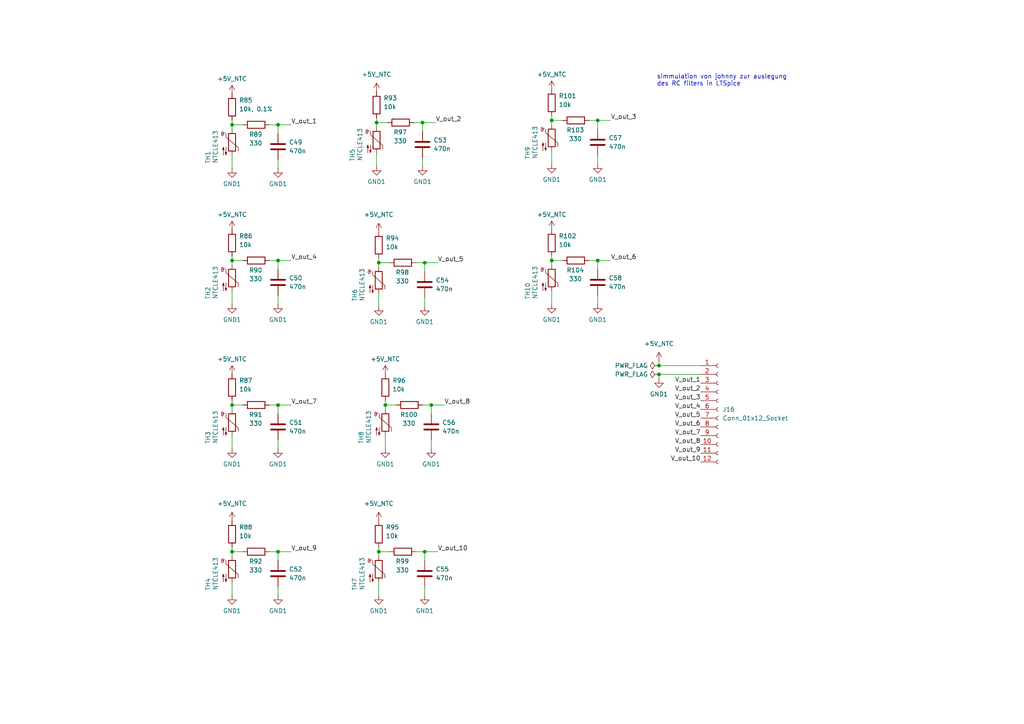
<source format=kicad_sch>
(kicad_sch
	(version 20231120)
	(generator "eeschema")
	(generator_version "8.0")
	(uuid "c04fa1e9-ff14-4ce8-b8e4-68ac8a1e4cda")
	(paper "A4")
	(lib_symbols
		(symbol "Connector:Conn_01x12_Socket"
			(pin_names
				(offset 1.016) hide)
			(exclude_from_sim no)
			(in_bom yes)
			(on_board yes)
			(property "Reference" "J"
				(at 0 15.24 0)
				(effects
					(font
						(size 1.27 1.27)
					)
				)
			)
			(property "Value" "Conn_01x12_Socket"
				(at 0 -17.78 0)
				(effects
					(font
						(size 1.27 1.27)
					)
				)
			)
			(property "Footprint" ""
				(at 0 0 0)
				(effects
					(font
						(size 1.27 1.27)
					)
					(hide yes)
				)
			)
			(property "Datasheet" "~"
				(at 0 0 0)
				(effects
					(font
						(size 1.27 1.27)
					)
					(hide yes)
				)
			)
			(property "Description" "Generic connector, single row, 01x12, script generated"
				(at 0 0 0)
				(effects
					(font
						(size 1.27 1.27)
					)
					(hide yes)
				)
			)
			(property "ki_locked" ""
				(at 0 0 0)
				(effects
					(font
						(size 1.27 1.27)
					)
				)
			)
			(property "ki_keywords" "connector"
				(at 0 0 0)
				(effects
					(font
						(size 1.27 1.27)
					)
					(hide yes)
				)
			)
			(property "ki_fp_filters" "Connector*:*_1x??_*"
				(at 0 0 0)
				(effects
					(font
						(size 1.27 1.27)
					)
					(hide yes)
				)
			)
			(symbol "Conn_01x12_Socket_1_1"
				(arc
					(start 0 -14.732)
					(mid -0.5058 -15.24)
					(end 0 -15.748)
					(stroke
						(width 0.1524)
						(type default)
					)
					(fill
						(type none)
					)
				)
				(arc
					(start 0 -12.192)
					(mid -0.5058 -12.7)
					(end 0 -13.208)
					(stroke
						(width 0.1524)
						(type default)
					)
					(fill
						(type none)
					)
				)
				(arc
					(start 0 -9.652)
					(mid -0.5058 -10.16)
					(end 0 -10.668)
					(stroke
						(width 0.1524)
						(type default)
					)
					(fill
						(type none)
					)
				)
				(arc
					(start 0 -7.112)
					(mid -0.5058 -7.62)
					(end 0 -8.128)
					(stroke
						(width 0.1524)
						(type default)
					)
					(fill
						(type none)
					)
				)
				(arc
					(start 0 -4.572)
					(mid -0.5058 -5.08)
					(end 0 -5.588)
					(stroke
						(width 0.1524)
						(type default)
					)
					(fill
						(type none)
					)
				)
				(arc
					(start 0 -2.032)
					(mid -0.5058 -2.54)
					(end 0 -3.048)
					(stroke
						(width 0.1524)
						(type default)
					)
					(fill
						(type none)
					)
				)
				(polyline
					(pts
						(xy -1.27 -15.24) (xy -0.508 -15.24)
					)
					(stroke
						(width 0.1524)
						(type default)
					)
					(fill
						(type none)
					)
				)
				(polyline
					(pts
						(xy -1.27 -12.7) (xy -0.508 -12.7)
					)
					(stroke
						(width 0.1524)
						(type default)
					)
					(fill
						(type none)
					)
				)
				(polyline
					(pts
						(xy -1.27 -10.16) (xy -0.508 -10.16)
					)
					(stroke
						(width 0.1524)
						(type default)
					)
					(fill
						(type none)
					)
				)
				(polyline
					(pts
						(xy -1.27 -7.62) (xy -0.508 -7.62)
					)
					(stroke
						(width 0.1524)
						(type default)
					)
					(fill
						(type none)
					)
				)
				(polyline
					(pts
						(xy -1.27 -5.08) (xy -0.508 -5.08)
					)
					(stroke
						(width 0.1524)
						(type default)
					)
					(fill
						(type none)
					)
				)
				(polyline
					(pts
						(xy -1.27 -2.54) (xy -0.508 -2.54)
					)
					(stroke
						(width 0.1524)
						(type default)
					)
					(fill
						(type none)
					)
				)
				(polyline
					(pts
						(xy -1.27 0) (xy -0.508 0)
					)
					(stroke
						(width 0.1524)
						(type default)
					)
					(fill
						(type none)
					)
				)
				(polyline
					(pts
						(xy -1.27 2.54) (xy -0.508 2.54)
					)
					(stroke
						(width 0.1524)
						(type default)
					)
					(fill
						(type none)
					)
				)
				(polyline
					(pts
						(xy -1.27 5.08) (xy -0.508 5.08)
					)
					(stroke
						(width 0.1524)
						(type default)
					)
					(fill
						(type none)
					)
				)
				(polyline
					(pts
						(xy -1.27 7.62) (xy -0.508 7.62)
					)
					(stroke
						(width 0.1524)
						(type default)
					)
					(fill
						(type none)
					)
				)
				(polyline
					(pts
						(xy -1.27 10.16) (xy -0.508 10.16)
					)
					(stroke
						(width 0.1524)
						(type default)
					)
					(fill
						(type none)
					)
				)
				(polyline
					(pts
						(xy -1.27 12.7) (xy -0.508 12.7)
					)
					(stroke
						(width 0.1524)
						(type default)
					)
					(fill
						(type none)
					)
				)
				(arc
					(start 0 0.508)
					(mid -0.5058 0)
					(end 0 -0.508)
					(stroke
						(width 0.1524)
						(type default)
					)
					(fill
						(type none)
					)
				)
				(arc
					(start 0 3.048)
					(mid -0.5058 2.54)
					(end 0 2.032)
					(stroke
						(width 0.1524)
						(type default)
					)
					(fill
						(type none)
					)
				)
				(arc
					(start 0 5.588)
					(mid -0.5058 5.08)
					(end 0 4.572)
					(stroke
						(width 0.1524)
						(type default)
					)
					(fill
						(type none)
					)
				)
				(arc
					(start 0 8.128)
					(mid -0.5058 7.62)
					(end 0 7.112)
					(stroke
						(width 0.1524)
						(type default)
					)
					(fill
						(type none)
					)
				)
				(arc
					(start 0 10.668)
					(mid -0.5058 10.16)
					(end 0 9.652)
					(stroke
						(width 0.1524)
						(type default)
					)
					(fill
						(type none)
					)
				)
				(arc
					(start 0 13.208)
					(mid -0.5058 12.7)
					(end 0 12.192)
					(stroke
						(width 0.1524)
						(type default)
					)
					(fill
						(type none)
					)
				)
				(pin passive line
					(at -5.08 12.7 0)
					(length 3.81)
					(name "Pin_1"
						(effects
							(font
								(size 1.27 1.27)
							)
						)
					)
					(number "1"
						(effects
							(font
								(size 1.27 1.27)
							)
						)
					)
				)
				(pin passive line
					(at -5.08 -10.16 0)
					(length 3.81)
					(name "Pin_10"
						(effects
							(font
								(size 1.27 1.27)
							)
						)
					)
					(number "10"
						(effects
							(font
								(size 1.27 1.27)
							)
						)
					)
				)
				(pin passive line
					(at -5.08 -12.7 0)
					(length 3.81)
					(name "Pin_11"
						(effects
							(font
								(size 1.27 1.27)
							)
						)
					)
					(number "11"
						(effects
							(font
								(size 1.27 1.27)
							)
						)
					)
				)
				(pin passive line
					(at -5.08 -15.24 0)
					(length 3.81)
					(name "Pin_12"
						(effects
							(font
								(size 1.27 1.27)
							)
						)
					)
					(number "12"
						(effects
							(font
								(size 1.27 1.27)
							)
						)
					)
				)
				(pin passive line
					(at -5.08 10.16 0)
					(length 3.81)
					(name "Pin_2"
						(effects
							(font
								(size 1.27 1.27)
							)
						)
					)
					(number "2"
						(effects
							(font
								(size 1.27 1.27)
							)
						)
					)
				)
				(pin passive line
					(at -5.08 7.62 0)
					(length 3.81)
					(name "Pin_3"
						(effects
							(font
								(size 1.27 1.27)
							)
						)
					)
					(number "3"
						(effects
							(font
								(size 1.27 1.27)
							)
						)
					)
				)
				(pin passive line
					(at -5.08 5.08 0)
					(length 3.81)
					(name "Pin_4"
						(effects
							(font
								(size 1.27 1.27)
							)
						)
					)
					(number "4"
						(effects
							(font
								(size 1.27 1.27)
							)
						)
					)
				)
				(pin passive line
					(at -5.08 2.54 0)
					(length 3.81)
					(name "Pin_5"
						(effects
							(font
								(size 1.27 1.27)
							)
						)
					)
					(number "5"
						(effects
							(font
								(size 1.27 1.27)
							)
						)
					)
				)
				(pin passive line
					(at -5.08 0 0)
					(length 3.81)
					(name "Pin_6"
						(effects
							(font
								(size 1.27 1.27)
							)
						)
					)
					(number "6"
						(effects
							(font
								(size 1.27 1.27)
							)
						)
					)
				)
				(pin passive line
					(at -5.08 -2.54 0)
					(length 3.81)
					(name "Pin_7"
						(effects
							(font
								(size 1.27 1.27)
							)
						)
					)
					(number "7"
						(effects
							(font
								(size 1.27 1.27)
							)
						)
					)
				)
				(pin passive line
					(at -5.08 -5.08 0)
					(length 3.81)
					(name "Pin_8"
						(effects
							(font
								(size 1.27 1.27)
							)
						)
					)
					(number "8"
						(effects
							(font
								(size 1.27 1.27)
							)
						)
					)
				)
				(pin passive line
					(at -5.08 -7.62 0)
					(length 3.81)
					(name "Pin_9"
						(effects
							(font
								(size 1.27 1.27)
							)
						)
					)
					(number "9"
						(effects
							(font
								(size 1.27 1.27)
							)
						)
					)
				)
			)
		)
		(symbol "Device:C"
			(pin_numbers hide)
			(pin_names
				(offset 0.254)
			)
			(exclude_from_sim no)
			(in_bom yes)
			(on_board yes)
			(property "Reference" "C"
				(at 0.635 2.54 0)
				(effects
					(font
						(size 1.27 1.27)
					)
					(justify left)
				)
			)
			(property "Value" "C"
				(at 0.635 -2.54 0)
				(effects
					(font
						(size 1.27 1.27)
					)
					(justify left)
				)
			)
			(property "Footprint" ""
				(at 0.9652 -3.81 0)
				(effects
					(font
						(size 1.27 1.27)
					)
					(hide yes)
				)
			)
			(property "Datasheet" "~"
				(at 0 0 0)
				(effects
					(font
						(size 1.27 1.27)
					)
					(hide yes)
				)
			)
			(property "Description" "Unpolarized capacitor"
				(at 0 0 0)
				(effects
					(font
						(size 1.27 1.27)
					)
					(hide yes)
				)
			)
			(property "ki_keywords" "cap capacitor"
				(at 0 0 0)
				(effects
					(font
						(size 1.27 1.27)
					)
					(hide yes)
				)
			)
			(property "ki_fp_filters" "C_*"
				(at 0 0 0)
				(effects
					(font
						(size 1.27 1.27)
					)
					(hide yes)
				)
			)
			(symbol "C_0_1"
				(polyline
					(pts
						(xy -2.032 -0.762) (xy 2.032 -0.762)
					)
					(stroke
						(width 0.508)
						(type default)
					)
					(fill
						(type none)
					)
				)
				(polyline
					(pts
						(xy -2.032 0.762) (xy 2.032 0.762)
					)
					(stroke
						(width 0.508)
						(type default)
					)
					(fill
						(type none)
					)
				)
			)
			(symbol "C_1_1"
				(pin passive line
					(at 0 3.81 270)
					(length 2.794)
					(name "~"
						(effects
							(font
								(size 1.27 1.27)
							)
						)
					)
					(number "1"
						(effects
							(font
								(size 1.27 1.27)
							)
						)
					)
				)
				(pin passive line
					(at 0 -3.81 90)
					(length 2.794)
					(name "~"
						(effects
							(font
								(size 1.27 1.27)
							)
						)
					)
					(number "2"
						(effects
							(font
								(size 1.27 1.27)
							)
						)
					)
				)
			)
		)
		(symbol "Device:R"
			(pin_numbers hide)
			(pin_names
				(offset 0)
			)
			(exclude_from_sim no)
			(in_bom yes)
			(on_board yes)
			(property "Reference" "R"
				(at 2.032 0 90)
				(effects
					(font
						(size 1.27 1.27)
					)
				)
			)
			(property "Value" "R"
				(at 0 0 90)
				(effects
					(font
						(size 1.27 1.27)
					)
				)
			)
			(property "Footprint" ""
				(at -1.778 0 90)
				(effects
					(font
						(size 1.27 1.27)
					)
					(hide yes)
				)
			)
			(property "Datasheet" "~"
				(at 0 0 0)
				(effects
					(font
						(size 1.27 1.27)
					)
					(hide yes)
				)
			)
			(property "Description" "Resistor"
				(at 0 0 0)
				(effects
					(font
						(size 1.27 1.27)
					)
					(hide yes)
				)
			)
			(property "ki_keywords" "R res resistor"
				(at 0 0 0)
				(effects
					(font
						(size 1.27 1.27)
					)
					(hide yes)
				)
			)
			(property "ki_fp_filters" "R_*"
				(at 0 0 0)
				(effects
					(font
						(size 1.27 1.27)
					)
					(hide yes)
				)
			)
			(symbol "R_0_1"
				(rectangle
					(start -1.016 -2.54)
					(end 1.016 2.54)
					(stroke
						(width 0.254)
						(type default)
					)
					(fill
						(type none)
					)
				)
			)
			(symbol "R_1_1"
				(pin passive line
					(at 0 3.81 270)
					(length 1.27)
					(name "~"
						(effects
							(font
								(size 1.27 1.27)
							)
						)
					)
					(number "1"
						(effects
							(font
								(size 1.27 1.27)
							)
						)
					)
				)
				(pin passive line
					(at 0 -3.81 90)
					(length 1.27)
					(name "~"
						(effects
							(font
								(size 1.27 1.27)
							)
						)
					)
					(number "2"
						(effects
							(font
								(size 1.27 1.27)
							)
						)
					)
				)
			)
		)
		(symbol "Device:Thermistor_NTC"
			(pin_numbers hide)
			(pin_names
				(offset 0)
			)
			(exclude_from_sim no)
			(in_bom yes)
			(on_board yes)
			(property "Reference" "TH"
				(at -4.445 0 90)
				(effects
					(font
						(size 1.27 1.27)
					)
				)
			)
			(property "Value" "Thermistor_NTC"
				(at 3.175 0 90)
				(effects
					(font
						(size 1.27 1.27)
					)
				)
			)
			(property "Footprint" ""
				(at 0 1.27 0)
				(effects
					(font
						(size 1.27 1.27)
					)
					(hide yes)
				)
			)
			(property "Datasheet" "~"
				(at 0 1.27 0)
				(effects
					(font
						(size 1.27 1.27)
					)
					(hide yes)
				)
			)
			(property "Description" "Temperature dependent resistor, negative temperature coefficient"
				(at 0 0 0)
				(effects
					(font
						(size 1.27 1.27)
					)
					(hide yes)
				)
			)
			(property "ki_keywords" "thermistor NTC resistor sensor RTD"
				(at 0 0 0)
				(effects
					(font
						(size 1.27 1.27)
					)
					(hide yes)
				)
			)
			(property "ki_fp_filters" "*NTC* *Thermistor* PIN?ARRAY* bornier* *Terminal?Block* R_*"
				(at 0 0 0)
				(effects
					(font
						(size 1.27 1.27)
					)
					(hide yes)
				)
			)
			(symbol "Thermistor_NTC_0_1"
				(arc
					(start -3.048 2.159)
					(mid -3.0495 2.3143)
					(end -3.175 2.413)
					(stroke
						(width 0)
						(type default)
					)
					(fill
						(type none)
					)
				)
				(arc
					(start -3.048 2.159)
					(mid -2.9736 1.9794)
					(end -2.794 1.905)
					(stroke
						(width 0)
						(type default)
					)
					(fill
						(type none)
					)
				)
				(arc
					(start -3.048 2.794)
					(mid -2.9736 2.6144)
					(end -2.794 2.54)
					(stroke
						(width 0)
						(type default)
					)
					(fill
						(type none)
					)
				)
				(arc
					(start -2.794 1.905)
					(mid -2.6144 1.9794)
					(end -2.54 2.159)
					(stroke
						(width 0)
						(type default)
					)
					(fill
						(type none)
					)
				)
				(arc
					(start -2.794 2.54)
					(mid -2.4393 2.5587)
					(end -2.159 2.794)
					(stroke
						(width 0)
						(type default)
					)
					(fill
						(type none)
					)
				)
				(arc
					(start -2.794 3.048)
					(mid -2.9736 2.9736)
					(end -3.048 2.794)
					(stroke
						(width 0)
						(type default)
					)
					(fill
						(type none)
					)
				)
				(arc
					(start -2.54 2.794)
					(mid -2.6144 2.9736)
					(end -2.794 3.048)
					(stroke
						(width 0)
						(type default)
					)
					(fill
						(type none)
					)
				)
				(rectangle
					(start -1.016 2.54)
					(end 1.016 -2.54)
					(stroke
						(width 0.254)
						(type default)
					)
					(fill
						(type none)
					)
				)
				(polyline
					(pts
						(xy -2.54 2.159) (xy -2.54 2.794)
					)
					(stroke
						(width 0)
						(type default)
					)
					(fill
						(type none)
					)
				)
				(polyline
					(pts
						(xy -1.778 2.54) (xy -1.778 1.524) (xy 1.778 -1.524) (xy 1.778 -2.54)
					)
					(stroke
						(width 0)
						(type default)
					)
					(fill
						(type none)
					)
				)
				(polyline
					(pts
						(xy -2.54 -3.683) (xy -2.54 -1.397) (xy -2.794 -2.159) (xy -2.286 -2.159) (xy -2.54 -1.397) (xy -2.54 -1.651)
					)
					(stroke
						(width 0)
						(type default)
					)
					(fill
						(type outline)
					)
				)
				(polyline
					(pts
						(xy -1.778 -1.397) (xy -1.778 -3.683) (xy -2.032 -2.921) (xy -1.524 -2.921) (xy -1.778 -3.683)
						(xy -1.778 -3.429)
					)
					(stroke
						(width 0)
						(type default)
					)
					(fill
						(type outline)
					)
				)
			)
			(symbol "Thermistor_NTC_1_1"
				(pin passive line
					(at 0 3.81 270)
					(length 1.27)
					(name "~"
						(effects
							(font
								(size 1.27 1.27)
							)
						)
					)
					(number "1"
						(effects
							(font
								(size 1.27 1.27)
							)
						)
					)
				)
				(pin passive line
					(at 0 -3.81 90)
					(length 1.27)
					(name "~"
						(effects
							(font
								(size 1.27 1.27)
							)
						)
					)
					(number "2"
						(effects
							(font
								(size 1.27 1.27)
							)
						)
					)
				)
			)
		)
		(symbol "power:+5V"
			(power)
			(pin_numbers hide)
			(pin_names
				(offset 0) hide)
			(exclude_from_sim no)
			(in_bom yes)
			(on_board yes)
			(property "Reference" "#PWR"
				(at 0 -3.81 0)
				(effects
					(font
						(size 1.27 1.27)
					)
					(hide yes)
				)
			)
			(property "Value" "+5V"
				(at 0 3.556 0)
				(effects
					(font
						(size 1.27 1.27)
					)
				)
			)
			(property "Footprint" ""
				(at 0 0 0)
				(effects
					(font
						(size 1.27 1.27)
					)
					(hide yes)
				)
			)
			(property "Datasheet" ""
				(at 0 0 0)
				(effects
					(font
						(size 1.27 1.27)
					)
					(hide yes)
				)
			)
			(property "Description" "Power symbol creates a global label with name \"+5V\""
				(at 0 0 0)
				(effects
					(font
						(size 1.27 1.27)
					)
					(hide yes)
				)
			)
			(property "ki_keywords" "global power"
				(at 0 0 0)
				(effects
					(font
						(size 1.27 1.27)
					)
					(hide yes)
				)
			)
			(symbol "+5V_0_1"
				(polyline
					(pts
						(xy -0.762 1.27) (xy 0 2.54)
					)
					(stroke
						(width 0)
						(type default)
					)
					(fill
						(type none)
					)
				)
				(polyline
					(pts
						(xy 0 0) (xy 0 2.54)
					)
					(stroke
						(width 0)
						(type default)
					)
					(fill
						(type none)
					)
				)
				(polyline
					(pts
						(xy 0 2.54) (xy 0.762 1.27)
					)
					(stroke
						(width 0)
						(type default)
					)
					(fill
						(type none)
					)
				)
			)
			(symbol "+5V_1_1"
				(pin power_in line
					(at 0 0 90)
					(length 0)
					(name "~"
						(effects
							(font
								(size 1.27 1.27)
							)
						)
					)
					(number "1"
						(effects
							(font
								(size 1.27 1.27)
							)
						)
					)
				)
			)
		)
		(symbol "power:GND1"
			(power)
			(pin_numbers hide)
			(pin_names
				(offset 0) hide)
			(exclude_from_sim no)
			(in_bom yes)
			(on_board yes)
			(property "Reference" "#PWR"
				(at 0 -6.35 0)
				(effects
					(font
						(size 1.27 1.27)
					)
					(hide yes)
				)
			)
			(property "Value" "GND1"
				(at 0 -3.81 0)
				(effects
					(font
						(size 1.27 1.27)
					)
				)
			)
			(property "Footprint" ""
				(at 0 0 0)
				(effects
					(font
						(size 1.27 1.27)
					)
					(hide yes)
				)
			)
			(property "Datasheet" ""
				(at 0 0 0)
				(effects
					(font
						(size 1.27 1.27)
					)
					(hide yes)
				)
			)
			(property "Description" "Power symbol creates a global label with name \"GND1\" , ground"
				(at 0 0 0)
				(effects
					(font
						(size 1.27 1.27)
					)
					(hide yes)
				)
			)
			(property "ki_keywords" "global power"
				(at 0 0 0)
				(effects
					(font
						(size 1.27 1.27)
					)
					(hide yes)
				)
			)
			(symbol "GND1_0_1"
				(polyline
					(pts
						(xy 0 0) (xy 0 -1.27) (xy 1.27 -1.27) (xy 0 -2.54) (xy -1.27 -1.27) (xy 0 -1.27)
					)
					(stroke
						(width 0)
						(type default)
					)
					(fill
						(type none)
					)
				)
			)
			(symbol "GND1_1_1"
				(pin power_in line
					(at 0 0 270)
					(length 0)
					(name "~"
						(effects
							(font
								(size 1.27 1.27)
							)
						)
					)
					(number "1"
						(effects
							(font
								(size 1.27 1.27)
							)
						)
					)
				)
			)
		)
		(symbol "power:PWR_FLAG"
			(power)
			(pin_numbers hide)
			(pin_names
				(offset 0) hide)
			(exclude_from_sim no)
			(in_bom yes)
			(on_board yes)
			(property "Reference" "#FLG"
				(at 0 1.905 0)
				(effects
					(font
						(size 1.27 1.27)
					)
					(hide yes)
				)
			)
			(property "Value" "PWR_FLAG"
				(at 0 3.81 0)
				(effects
					(font
						(size 1.27 1.27)
					)
				)
			)
			(property "Footprint" ""
				(at 0 0 0)
				(effects
					(font
						(size 1.27 1.27)
					)
					(hide yes)
				)
			)
			(property "Datasheet" "~"
				(at 0 0 0)
				(effects
					(font
						(size 1.27 1.27)
					)
					(hide yes)
				)
			)
			(property "Description" "Special symbol for telling ERC where power comes from"
				(at 0 0 0)
				(effects
					(font
						(size 1.27 1.27)
					)
					(hide yes)
				)
			)
			(property "ki_keywords" "flag power"
				(at 0 0 0)
				(effects
					(font
						(size 1.27 1.27)
					)
					(hide yes)
				)
			)
			(symbol "PWR_FLAG_0_0"
				(pin power_out line
					(at 0 0 90)
					(length 0)
					(name "~"
						(effects
							(font
								(size 1.27 1.27)
							)
						)
					)
					(number "1"
						(effects
							(font
								(size 1.27 1.27)
							)
						)
					)
				)
			)
			(symbol "PWR_FLAG_0_1"
				(polyline
					(pts
						(xy 0 0) (xy 0 1.27) (xy -1.016 1.905) (xy 0 2.54) (xy 1.016 1.905) (xy 0 1.27)
					)
					(stroke
						(width 0)
						(type default)
					)
					(fill
						(type none)
					)
				)
			)
		)
	)
	(junction
		(at 67.31 160.02)
		(diameter 0)
		(color 0 0 0 0)
		(uuid "01fb401c-c95a-41ca-9934-8a7e7b81bffd")
	)
	(junction
		(at 67.31 117.475)
		(diameter 0)
		(color 0 0 0 0)
		(uuid "0847b9ca-0a1c-46f0-b1ea-5dc81f91fb2a")
	)
	(junction
		(at 160.02 75.565)
		(diameter 0)
		(color 0 0 0 0)
		(uuid "11df4e94-ecc9-4952-9c0c-cd9ddb20b998")
	)
	(junction
		(at 80.645 36.195)
		(diameter 0)
		(color 0 0 0 0)
		(uuid "1b1d9fe1-28ea-449c-a63c-d0b6e2fe3276")
	)
	(junction
		(at 123.19 76.2)
		(diameter 0)
		(color 0 0 0 0)
		(uuid "1f52d40d-de37-48b0-a69e-8ae1d28aa0e7")
	)
	(junction
		(at 109.855 160.02)
		(diameter 0)
		(color 0 0 0 0)
		(uuid "21fa2cf2-6643-450f-9b3b-d185ef9aa089")
	)
	(junction
		(at 123.19 160.02)
		(diameter 0)
		(color 0 0 0 0)
		(uuid "4d794a22-5501-43bb-ad28-0d9af24a8af2")
	)
	(junction
		(at 80.645 160.02)
		(diameter 0)
		(color 0 0 0 0)
		(uuid "5eb1bdc0-5e86-4168-9085-8954f9008253")
	)
	(junction
		(at 125.095 117.475)
		(diameter 0)
		(color 0 0 0 0)
		(uuid "6ad276b1-c67d-4da7-993a-7fba78c75dcf")
	)
	(junction
		(at 67.31 36.195)
		(diameter 0)
		(color 0 0 0 0)
		(uuid "6ffde988-d1b9-4e5a-94e2-c4b766b195e6")
	)
	(junction
		(at 122.555 35.56)
		(diameter 0)
		(color 0 0 0 0)
		(uuid "75073320-32c2-4d03-bd64-6c51e9e8bab2")
	)
	(junction
		(at 173.355 75.565)
		(diameter 0)
		(color 0 0 0 0)
		(uuid "8ddf13bb-4ae8-4ed6-88fc-150e1a8fceda")
	)
	(junction
		(at 80.645 75.565)
		(diameter 0)
		(color 0 0 0 0)
		(uuid "9f0bc0fc-3b7c-4b93-8561-55714d207f35")
	)
	(junction
		(at 191.135 106.045)
		(diameter 0)
		(color 0 0 0 0)
		(uuid "9f29537e-51c8-4371-ab29-ab895d49e26b")
	)
	(junction
		(at 160.02 34.925)
		(diameter 0)
		(color 0 0 0 0)
		(uuid "a5d40e78-aa87-4584-b256-812d31e56220")
	)
	(junction
		(at 109.22 35.56)
		(diameter 0)
		(color 0 0 0 0)
		(uuid "c06bd450-6337-457c-85d6-97a79997365c")
	)
	(junction
		(at 67.31 75.565)
		(diameter 0)
		(color 0 0 0 0)
		(uuid "c936cf66-68a3-43ed-8889-ef9aef24fcce")
	)
	(junction
		(at 80.645 117.475)
		(diameter 0)
		(color 0 0 0 0)
		(uuid "dfa73a03-8a7f-42c0-9613-f70531bfe634")
	)
	(junction
		(at 173.355 34.925)
		(diameter 0)
		(color 0 0 0 0)
		(uuid "e065e274-b97d-430d-b8f3-78ac7555fd17")
	)
	(junction
		(at 109.855 76.2)
		(diameter 0)
		(color 0 0 0 0)
		(uuid "f700d287-49d4-47c8-b83e-3ff34e32540d")
	)
	(junction
		(at 191.135 108.585)
		(diameter 0)
		(color 0 0 0 0)
		(uuid "f7a6d33a-1360-4e3c-a385-047eef8a9048")
	)
	(junction
		(at 111.76 117.475)
		(diameter 0)
		(color 0 0 0 0)
		(uuid "fdfdcc8f-d662-4303-8301-21e070710f7a")
	)
	(wire
		(pts
			(xy 203.2 106.045) (xy 191.135 106.045)
		)
		(stroke
			(width 0)
			(type default)
		)
		(uuid "04bd9d85-b83c-4347-857e-fc3e11502b9f")
	)
	(wire
		(pts
			(xy 67.31 74.295) (xy 67.31 75.565)
		)
		(stroke
			(width 0)
			(type default)
		)
		(uuid "05867618-329b-47dd-9888-267c91ce9118")
	)
	(wire
		(pts
			(xy 67.31 158.75) (xy 67.31 160.02)
		)
		(stroke
			(width 0)
			(type default)
		)
		(uuid "09229c9c-dd0a-43a0-ae37-68006e44797e")
	)
	(wire
		(pts
			(xy 67.31 160.02) (xy 67.31 161.29)
		)
		(stroke
			(width 0)
			(type default)
		)
		(uuid "0a61b3d1-e9d8-4ba1-bb3f-15c8742ecb20")
	)
	(wire
		(pts
			(xy 109.855 160.02) (xy 113.03 160.02)
		)
		(stroke
			(width 0)
			(type default)
		)
		(uuid "0fbc10fd-2d1f-43fe-ab98-fa77d422e977")
	)
	(wire
		(pts
			(xy 111.76 117.475) (xy 111.76 118.745)
		)
		(stroke
			(width 0)
			(type default)
		)
		(uuid "12e38cd6-5cf9-4eaa-a631-5d32fb118ff5")
	)
	(wire
		(pts
			(xy 80.645 36.195) (xy 84.455 36.195)
		)
		(stroke
			(width 0)
			(type default)
		)
		(uuid "1519fe6d-dc2d-4115-951e-e1f46902d14f")
	)
	(wire
		(pts
			(xy 67.31 116.205) (xy 67.31 117.475)
		)
		(stroke
			(width 0)
			(type default)
		)
		(uuid "1b97dc00-52a9-4e67-a44b-9ec720d23fc9")
	)
	(wire
		(pts
			(xy 111.76 126.365) (xy 111.76 130.175)
		)
		(stroke
			(width 0)
			(type default)
		)
		(uuid "1cdbaeb3-20fd-4494-8b8a-22c7cecc748f")
	)
	(wire
		(pts
			(xy 80.645 160.02) (xy 80.645 162.56)
		)
		(stroke
			(width 0)
			(type default)
		)
		(uuid "1dd6ebbf-27a5-44ee-bec0-0743b5a41dc6")
	)
	(wire
		(pts
			(xy 80.645 88.265) (xy 80.645 85.725)
		)
		(stroke
			(width 0)
			(type default)
		)
		(uuid "22b56279-4a73-48b4-8012-6a4a9f97c8ef")
	)
	(wire
		(pts
			(xy 80.645 130.175) (xy 80.645 127.635)
		)
		(stroke
			(width 0)
			(type default)
		)
		(uuid "269e5df9-8ea8-432e-a808-d8e27224a097")
	)
	(wire
		(pts
			(xy 67.31 45.085) (xy 67.31 48.895)
		)
		(stroke
			(width 0)
			(type default)
		)
		(uuid "2cb32a9a-08ed-467d-8ea2-34b6cf7bfa36")
	)
	(wire
		(pts
			(xy 173.355 75.565) (xy 173.355 78.105)
		)
		(stroke
			(width 0)
			(type default)
		)
		(uuid "33c995b0-d84a-4e9c-b5f4-84b73530cfef")
	)
	(wire
		(pts
			(xy 191.135 106.045) (xy 191.135 104.775)
		)
		(stroke
			(width 0)
			(type default)
		)
		(uuid "34ce4d70-ad81-4c7e-ad37-2655b6e4abda")
	)
	(wire
		(pts
			(xy 109.22 35.56) (xy 109.22 36.83)
		)
		(stroke
			(width 0)
			(type default)
		)
		(uuid "3637e183-9444-434b-ab65-bd6bf43dccc1")
	)
	(wire
		(pts
			(xy 109.855 160.02) (xy 109.855 161.29)
		)
		(stroke
			(width 0)
			(type default)
		)
		(uuid "3878be4c-2019-481e-888d-274bf39c12dd")
	)
	(wire
		(pts
			(xy 109.855 158.75) (xy 109.855 160.02)
		)
		(stroke
			(width 0)
			(type default)
		)
		(uuid "3981178f-ad8f-4541-b4f3-e619ac67186c")
	)
	(wire
		(pts
			(xy 109.855 85.09) (xy 109.855 88.9)
		)
		(stroke
			(width 0)
			(type default)
		)
		(uuid "3b5be0d3-72c9-4a61-b049-68b4658eb119")
	)
	(wire
		(pts
			(xy 160.02 75.565) (xy 160.02 76.835)
		)
		(stroke
			(width 0)
			(type default)
		)
		(uuid "3e256d86-137c-4182-9bec-a787b3e3160f")
	)
	(wire
		(pts
			(xy 109.22 44.45) (xy 109.22 48.26)
		)
		(stroke
			(width 0)
			(type default)
		)
		(uuid "3e924cd6-663e-4824-90ff-62dd86d4e2c9")
	)
	(wire
		(pts
			(xy 67.31 36.195) (xy 67.31 37.465)
		)
		(stroke
			(width 0)
			(type default)
		)
		(uuid "47bda7fd-7b36-4985-a056-bde39d01be27")
	)
	(wire
		(pts
			(xy 160.02 34.925) (xy 160.02 36.195)
		)
		(stroke
			(width 0)
			(type default)
		)
		(uuid "48dabde1-11ce-4184-9439-a2f8230b8a87")
	)
	(wire
		(pts
			(xy 170.815 75.565) (xy 173.355 75.565)
		)
		(stroke
			(width 0)
			(type default)
		)
		(uuid "490ed9e9-18a1-4dd6-8a0e-289e7e6e9900")
	)
	(wire
		(pts
			(xy 123.19 160.02) (xy 127 160.02)
		)
		(stroke
			(width 0)
			(type default)
		)
		(uuid "4a4af83f-858b-45de-ab67-e57ede698612")
	)
	(wire
		(pts
			(xy 67.31 117.475) (xy 67.31 118.745)
		)
		(stroke
			(width 0)
			(type default)
		)
		(uuid "4d18d1a4-7eb8-4de6-a24e-f24874806ce6")
	)
	(wire
		(pts
			(xy 80.645 75.565) (xy 80.645 78.105)
		)
		(stroke
			(width 0)
			(type default)
		)
		(uuid "5189202a-cd66-4afc-ba5b-9a1b5b1581c6")
	)
	(wire
		(pts
			(xy 109.855 168.91) (xy 109.855 172.72)
		)
		(stroke
			(width 0)
			(type default)
		)
		(uuid "5a4a7597-eda6-4950-b468-3f9456ff3015")
	)
	(wire
		(pts
			(xy 125.095 117.475) (xy 128.905 117.475)
		)
		(stroke
			(width 0)
			(type default)
		)
		(uuid "5f63a578-c279-489d-81bc-87419518fc53")
	)
	(wire
		(pts
			(xy 122.555 35.56) (xy 126.365 35.56)
		)
		(stroke
			(width 0)
			(type default)
		)
		(uuid "619b3bb9-a5a9-4bca-b182-c00731e119b7")
	)
	(wire
		(pts
			(xy 170.815 34.925) (xy 173.355 34.925)
		)
		(stroke
			(width 0)
			(type default)
		)
		(uuid "68436125-8aa1-49f0-916b-ad5257a7023c")
	)
	(wire
		(pts
			(xy 122.555 35.56) (xy 122.555 38.1)
		)
		(stroke
			(width 0)
			(type default)
		)
		(uuid "6a3b0c17-d9fd-45a9-ba54-e1c9cda9419e")
	)
	(wire
		(pts
			(xy 78.105 75.565) (xy 80.645 75.565)
		)
		(stroke
			(width 0)
			(type default)
		)
		(uuid "6ca1a23c-7450-4c53-a1ac-ccd9564a22a5")
	)
	(wire
		(pts
			(xy 173.355 88.265) (xy 173.355 85.725)
		)
		(stroke
			(width 0)
			(type default)
		)
		(uuid "6ddbeeb4-ca91-4394-924a-115c5bcb3f55")
	)
	(wire
		(pts
			(xy 80.645 117.475) (xy 80.645 120.015)
		)
		(stroke
			(width 0)
			(type default)
		)
		(uuid "6e2f45d2-3e57-4762-9610-34f2dc35d9ae")
	)
	(wire
		(pts
			(xy 125.095 117.475) (xy 125.095 120.015)
		)
		(stroke
			(width 0)
			(type default)
		)
		(uuid "6f0277cd-1e96-4f7f-bec3-03176c48c4de")
	)
	(wire
		(pts
			(xy 173.355 34.925) (xy 173.355 37.465)
		)
		(stroke
			(width 0)
			(type default)
		)
		(uuid "71233b7d-9c9a-42c6-8859-ad8469f49fbc")
	)
	(wire
		(pts
			(xy 67.31 126.365) (xy 67.31 130.175)
		)
		(stroke
			(width 0)
			(type default)
		)
		(uuid "72a591f0-6502-477b-baf0-9d060c0350f4")
	)
	(wire
		(pts
			(xy 80.645 36.195) (xy 80.645 38.735)
		)
		(stroke
			(width 0)
			(type default)
		)
		(uuid "7345c3a8-140f-4493-b9bd-860da7208990")
	)
	(wire
		(pts
			(xy 160.02 74.295) (xy 160.02 75.565)
		)
		(stroke
			(width 0)
			(type default)
		)
		(uuid "749c5ba4-37d5-43b3-a68a-b3f4dd2b7254")
	)
	(wire
		(pts
			(xy 80.645 117.475) (xy 84.455 117.475)
		)
		(stroke
			(width 0)
			(type default)
		)
		(uuid "75363d5f-b9c7-493f-80c6-0462362b522d")
	)
	(wire
		(pts
			(xy 160.02 34.925) (xy 163.195 34.925)
		)
		(stroke
			(width 0)
			(type default)
		)
		(uuid "75fa0159-07f1-408a-ad12-1180d4fa99c5")
	)
	(wire
		(pts
			(xy 67.31 75.565) (xy 67.31 76.835)
		)
		(stroke
			(width 0)
			(type default)
		)
		(uuid "804e1cec-6af9-47ed-8367-60e14eb20fb6")
	)
	(wire
		(pts
			(xy 122.555 48.26) (xy 122.555 45.72)
		)
		(stroke
			(width 0)
			(type default)
		)
		(uuid "88844417-e263-458b-8933-914b788f3a83")
	)
	(wire
		(pts
			(xy 67.31 36.195) (xy 70.485 36.195)
		)
		(stroke
			(width 0)
			(type default)
		)
		(uuid "8d9ea2f1-427e-4130-9c7f-e2db7cb71a68")
	)
	(wire
		(pts
			(xy 173.355 34.925) (xy 177.165 34.925)
		)
		(stroke
			(width 0)
			(type default)
		)
		(uuid "8ee4ae0e-276f-415f-9bff-e17a3e4b17b7")
	)
	(wire
		(pts
			(xy 67.31 84.455) (xy 67.31 88.265)
		)
		(stroke
			(width 0)
			(type default)
		)
		(uuid "9413d49f-efef-4884-a873-6248e90fbc2a")
	)
	(wire
		(pts
			(xy 67.31 75.565) (xy 70.485 75.565)
		)
		(stroke
			(width 0)
			(type default)
		)
		(uuid "953c589c-cdbc-485a-bf8c-7caf43c5cf6b")
	)
	(wire
		(pts
			(xy 78.105 36.195) (xy 80.645 36.195)
		)
		(stroke
			(width 0)
			(type default)
		)
		(uuid "9884bede-9d12-42b7-9c7e-84b87c56f61c")
	)
	(wire
		(pts
			(xy 78.105 117.475) (xy 80.645 117.475)
		)
		(stroke
			(width 0)
			(type default)
		)
		(uuid "98edeba6-46cf-4998-8814-cc5350eb6ea3")
	)
	(wire
		(pts
			(xy 123.19 172.72) (xy 123.19 170.18)
		)
		(stroke
			(width 0)
			(type default)
		)
		(uuid "99f8fe99-3012-4d2a-a6b5-574094982fb4")
	)
	(wire
		(pts
			(xy 67.31 117.475) (xy 70.485 117.475)
		)
		(stroke
			(width 0)
			(type default)
		)
		(uuid "9aff0929-72fb-4dc0-8c5b-e276746107b9")
	)
	(wire
		(pts
			(xy 109.855 76.2) (xy 109.855 77.47)
		)
		(stroke
			(width 0)
			(type default)
		)
		(uuid "9d08fb7c-2560-4f43-81ba-b2db9762c044")
	)
	(wire
		(pts
			(xy 191.135 108.585) (xy 203.2 108.585)
		)
		(stroke
			(width 0)
			(type default)
		)
		(uuid "9e766546-e719-4c56-b581-2f5bf7dcf19a")
	)
	(wire
		(pts
			(xy 109.855 76.2) (xy 113.03 76.2)
		)
		(stroke
			(width 0)
			(type default)
		)
		(uuid "9ed9896d-b507-46cc-884a-86565f26aa7d")
	)
	(wire
		(pts
			(xy 160.02 43.815) (xy 160.02 47.625)
		)
		(stroke
			(width 0)
			(type default)
		)
		(uuid "b03a0906-0bce-40cc-91aa-6d4bc734d3e5")
	)
	(wire
		(pts
			(xy 125.095 130.175) (xy 125.095 127.635)
		)
		(stroke
			(width 0)
			(type default)
		)
		(uuid "b1b77055-f7ba-44cb-b333-ad81016cdc6e")
	)
	(wire
		(pts
			(xy 80.645 48.895) (xy 80.645 46.355)
		)
		(stroke
			(width 0)
			(type default)
		)
		(uuid "b23a0464-771c-4b6b-af40-8b0a0b880e42")
	)
	(wire
		(pts
			(xy 111.76 117.475) (xy 114.935 117.475)
		)
		(stroke
			(width 0)
			(type default)
		)
		(uuid "b2a0a806-ad9b-4c7d-bebb-ceb3a3e9a50e")
	)
	(wire
		(pts
			(xy 120.015 35.56) (xy 122.555 35.56)
		)
		(stroke
			(width 0)
			(type default)
		)
		(uuid "b34c9e31-2faa-4352-8e59-6975c89307c7")
	)
	(wire
		(pts
			(xy 173.355 47.625) (xy 173.355 45.085)
		)
		(stroke
			(width 0)
			(type default)
		)
		(uuid "c3d9b96c-c0a6-4179-be46-085ddd7e5693")
	)
	(wire
		(pts
			(xy 111.76 116.205) (xy 111.76 117.475)
		)
		(stroke
			(width 0)
			(type default)
		)
		(uuid "c6ea5e8e-5d1a-43de-845f-1697e8a67884")
	)
	(wire
		(pts
			(xy 122.555 117.475) (xy 125.095 117.475)
		)
		(stroke
			(width 0)
			(type default)
		)
		(uuid "c789cf90-c6cb-4c12-bd89-114381af874b")
	)
	(wire
		(pts
			(xy 109.22 34.29) (xy 109.22 35.56)
		)
		(stroke
			(width 0)
			(type default)
		)
		(uuid "cbfacf06-ff51-4375-bd88-8252c63f6cfc")
	)
	(wire
		(pts
			(xy 120.65 160.02) (xy 123.19 160.02)
		)
		(stroke
			(width 0)
			(type default)
		)
		(uuid "cf670265-cef7-41d6-9829-ee0de89e675b")
	)
	(wire
		(pts
			(xy 120.65 76.2) (xy 123.19 76.2)
		)
		(stroke
			(width 0)
			(type default)
		)
		(uuid "d511874c-3055-47d8-b4b3-d6e8c192caf4")
	)
	(wire
		(pts
			(xy 160.02 75.565) (xy 163.195 75.565)
		)
		(stroke
			(width 0)
			(type default)
		)
		(uuid "d69241ef-6276-4487-8ccb-dc53ddd72c86")
	)
	(wire
		(pts
			(xy 173.355 75.565) (xy 177.165 75.565)
		)
		(stroke
			(width 0)
			(type default)
		)
		(uuid "d6fb409e-1ab1-46a2-82d9-6afbbfa404a4")
	)
	(wire
		(pts
			(xy 80.645 75.565) (xy 84.455 75.565)
		)
		(stroke
			(width 0)
			(type default)
		)
		(uuid "d7785053-66d5-4e56-b90b-62638e5cc28e")
	)
	(wire
		(pts
			(xy 80.645 160.02) (xy 84.455 160.02)
		)
		(stroke
			(width 0)
			(type default)
		)
		(uuid "d992a387-0ed9-493c-9506-e5f0f830a0e2")
	)
	(wire
		(pts
			(xy 78.105 160.02) (xy 80.645 160.02)
		)
		(stroke
			(width 0)
			(type default)
		)
		(uuid "dc7aea48-42c0-43ce-ace0-7be18ca15968")
	)
	(wire
		(pts
			(xy 191.135 109.855) (xy 191.135 108.585)
		)
		(stroke
			(width 0)
			(type default)
		)
		(uuid "dd63d4fd-d084-42c4-b136-906d0f63550f")
	)
	(wire
		(pts
			(xy 160.02 33.655) (xy 160.02 34.925)
		)
		(stroke
			(width 0)
			(type default)
		)
		(uuid "de393ef1-95b7-4d25-b72e-dc59ec89f587")
	)
	(wire
		(pts
			(xy 123.19 160.02) (xy 123.19 162.56)
		)
		(stroke
			(width 0)
			(type default)
		)
		(uuid "e3016d78-4f5b-4d3e-bb99-784ea5f68aa8")
	)
	(wire
		(pts
			(xy 123.19 88.9) (xy 123.19 86.36)
		)
		(stroke
			(width 0)
			(type default)
		)
		(uuid "e385d0be-3c80-4bd0-9756-72a492dc922c")
	)
	(wire
		(pts
			(xy 109.22 35.56) (xy 112.395 35.56)
		)
		(stroke
			(width 0)
			(type default)
		)
		(uuid "f0793091-1b7d-4761-8e39-82c1344e7d9a")
	)
	(wire
		(pts
			(xy 67.31 168.91) (xy 67.31 172.72)
		)
		(stroke
			(width 0)
			(type default)
		)
		(uuid "f2a13cd1-bbe8-424b-bd05-485d594eb828")
	)
	(wire
		(pts
			(xy 80.645 172.72) (xy 80.645 170.18)
		)
		(stroke
			(width 0)
			(type default)
		)
		(uuid "f7c3eeba-dd21-4110-941c-2925abce6d1b")
	)
	(wire
		(pts
			(xy 160.02 84.455) (xy 160.02 88.265)
		)
		(stroke
			(width 0)
			(type default)
		)
		(uuid "fa18c5e7-83d7-41bb-b520-628b807c7a58")
	)
	(wire
		(pts
			(xy 109.855 74.93) (xy 109.855 76.2)
		)
		(stroke
			(width 0)
			(type default)
		)
		(uuid "fa67102f-78be-4f12-9a74-690398015180")
	)
	(wire
		(pts
			(xy 67.31 160.02) (xy 70.485 160.02)
		)
		(stroke
			(width 0)
			(type default)
		)
		(uuid "fa95a7b4-9a06-40d8-9749-7097f40ed4b8")
	)
	(wire
		(pts
			(xy 123.19 76.2) (xy 123.19 78.74)
		)
		(stroke
			(width 0)
			(type default)
		)
		(uuid "fad73009-683f-4405-acbd-6d37b2115329")
	)
	(wire
		(pts
			(xy 123.19 76.2) (xy 127 76.2)
		)
		(stroke
			(width 0)
			(type default)
		)
		(uuid "fce6303c-d884-4788-aaf7-a80f37c1ec79")
	)
	(wire
		(pts
			(xy 67.31 34.925) (xy 67.31 36.195)
		)
		(stroke
			(width 0)
			(type default)
		)
		(uuid "fe1a72d5-608f-4c45-b53e-482c1c74fba6")
	)
	(text "simmulation von johnny zur auslegung\ndes RC filters in LTSpice"
		(exclude_from_sim no)
		(at 190.5 23.368 0)
		(effects
			(font
				(size 1.27 1.27)
			)
			(justify left)
		)
		(uuid "fa357589-d187-417d-b36e-ec5bd7226974")
	)
	(label "V_out_9"
		(at 84.455 160.02 0)
		(fields_autoplaced yes)
		(effects
			(font
				(size 1.27 1.27)
			)
			(justify left bottom)
		)
		(uuid "05dbb850-f23f-409c-bb8d-437b9879f0b4")
	)
	(label "V_out_4"
		(at 203.2 118.745 180)
		(fields_autoplaced yes)
		(effects
			(font
				(size 1.27 1.27)
			)
			(justify right bottom)
		)
		(uuid "272f3608-faa1-4cf0-9454-ca3716168d66")
	)
	(label "V_out_3"
		(at 177.165 34.925 0)
		(fields_autoplaced yes)
		(effects
			(font
				(size 1.27 1.27)
			)
			(justify left bottom)
		)
		(uuid "478ded98-3be0-4cfb-9dcf-693df3e9bba8")
	)
	(label "V_out_9"
		(at 203.2 131.445 180)
		(fields_autoplaced yes)
		(effects
			(font
				(size 1.27 1.27)
			)
			(justify right bottom)
		)
		(uuid "60f02e33-bcb6-426b-ac0b-6b060cb731aa")
	)
	(label "V_out_8"
		(at 128.905 117.475 0)
		(fields_autoplaced yes)
		(effects
			(font
				(size 1.27 1.27)
			)
			(justify left bottom)
		)
		(uuid "66a67e4c-5774-4712-b1d4-e887dfa42230")
	)
	(label "V_out_4"
		(at 84.455 75.565 0)
		(fields_autoplaced yes)
		(effects
			(font
				(size 1.27 1.27)
			)
			(justify left bottom)
		)
		(uuid "76dcdd0c-aeb5-478c-99a4-bd6205f8a206")
	)
	(label "V_out_10"
		(at 127 160.02 0)
		(fields_autoplaced yes)
		(effects
			(font
				(size 1.27 1.27)
			)
			(justify left bottom)
		)
		(uuid "77a3ff4b-a1ef-4a40-a368-3e06e5df6587")
	)
	(label "V_out_5"
		(at 127 76.2 0)
		(fields_autoplaced yes)
		(effects
			(font
				(size 1.27 1.27)
			)
			(justify left bottom)
		)
		(uuid "7a8610bf-f82b-4fa7-88e7-35e44c66d8db")
	)
	(label "V_out_1"
		(at 84.455 36.195 0)
		(fields_autoplaced yes)
		(effects
			(font
				(size 1.27 1.27)
			)
			(justify left bottom)
		)
		(uuid "a38201dc-802c-4a90-a48b-7ab2b1fd48c6")
	)
	(label "V_out_6"
		(at 203.2 123.825 180)
		(fields_autoplaced yes)
		(effects
			(font
				(size 1.27 1.27)
			)
			(justify right bottom)
		)
		(uuid "a83ec8da-f4a1-465e-954d-eeb17616c986")
	)
	(label "V_out_10"
		(at 203.2 133.985 180)
		(fields_autoplaced yes)
		(effects
			(font
				(size 1.27 1.27)
			)
			(justify right bottom)
		)
		(uuid "b6512898-719c-47cb-8ce3-d3fa51a6b1d4")
	)
	(label "V_out_8"
		(at 203.2 128.905 180)
		(fields_autoplaced yes)
		(effects
			(font
				(size 1.27 1.27)
			)
			(justify right bottom)
		)
		(uuid "baaff5c0-18c6-462d-88cc-95f0a416e77f")
	)
	(label "V_out_3"
		(at 203.2 116.205 180)
		(fields_autoplaced yes)
		(effects
			(font
				(size 1.27 1.27)
			)
			(justify right bottom)
		)
		(uuid "bdb9a6d1-d181-4798-81b6-90d7bdff7daf")
	)
	(label "V_out_6"
		(at 177.165 75.565 0)
		(fields_autoplaced yes)
		(effects
			(font
				(size 1.27 1.27)
			)
			(justify left bottom)
		)
		(uuid "bea7c82b-a4f9-43f9-9caa-94fd9d364ff9")
	)
	(label "V_out_2"
		(at 126.365 35.56 0)
		(fields_autoplaced yes)
		(effects
			(font
				(size 1.27 1.27)
			)
			(justify left bottom)
		)
		(uuid "cd750497-95ed-4925-8a82-668c78a70001")
	)
	(label "V_out_2"
		(at 203.2 113.665 180)
		(fields_autoplaced yes)
		(effects
			(font
				(size 1.27 1.27)
			)
			(justify right bottom)
		)
		(uuid "d5de7b1b-257f-40ba-bffb-0b6301bd313c")
	)
	(label "V_out_7"
		(at 203.2 126.365 180)
		(fields_autoplaced yes)
		(effects
			(font
				(size 1.27 1.27)
			)
			(justify right bottom)
		)
		(uuid "d8dac894-aded-4d7d-becc-faea1bc4a89d")
	)
	(label "V_out_7"
		(at 84.455 117.475 0)
		(fields_autoplaced yes)
		(effects
			(font
				(size 1.27 1.27)
			)
			(justify left bottom)
		)
		(uuid "d9399375-ca4d-4072-b8c7-d7e575da0574")
	)
	(label "V_out_1"
		(at 203.2 111.125 180)
		(fields_autoplaced yes)
		(effects
			(font
				(size 1.27 1.27)
			)
			(justify right bottom)
		)
		(uuid "d98a76e6-cf6b-4fc4-804f-ec64c3185ca4")
	)
	(label "V_out_5"
		(at 203.2 121.285 180)
		(fields_autoplaced yes)
		(effects
			(font
				(size 1.27 1.27)
			)
			(justify right bottom)
		)
		(uuid "fbb42326-359a-45e9-a0a4-eb870052fdde")
	)
	(symbol
		(lib_id "Device:R")
		(at 74.295 75.565 90)
		(unit 1)
		(exclude_from_sim no)
		(in_bom yes)
		(on_board yes)
		(dnp no)
		(uuid "0ab2410b-c647-4710-aec8-23d6ffed4e89")
		(property "Reference" "R90"
			(at 74.168 78.359 90)
			(effects
				(font
					(size 1.27 1.27)
				)
			)
		)
		(property "Value" "330"
			(at 74.168 80.899 90)
			(effects
				(font
					(size 1.27 1.27)
				)
			)
		)
		(property "Footprint" "Resistor_SMD:R_0603_1608Metric"
			(at 74.295 77.343 90)
			(effects
				(font
					(size 1.27 1.27)
				)
				(hide yes)
			)
		)
		(property "Datasheet" "~"
			(at 74.295 75.565 0)
			(effects
				(font
					(size 1.27 1.27)
				)
				(hide yes)
			)
		)
		(property "Description" "Resistor"
			(at 74.295 75.565 0)
			(effects
				(font
					(size 1.27 1.27)
				)
				(hide yes)
			)
		)
		(pin "1"
			(uuid "e604e4ed-6284-4dbc-a26f-ef240611f533")
		)
		(pin "2"
			(uuid "451d4dfb-835b-4b03-982a-6556c38d93bb")
		)
		(instances
			(project "FT25_AMS_Slave"
				(path "/64eac9c4-e018-49db-b598-a7107a0db15b/2916c077-d2fd-484f-9568-6a2f674d2598"
					(reference "R90")
					(unit 1)
				)
			)
		)
	)
	(symbol
		(lib_id "Device:R")
		(at 67.31 70.485 0)
		(unit 1)
		(exclude_from_sim no)
		(in_bom yes)
		(on_board yes)
		(dnp no)
		(uuid "0b629e59-c2f0-4f67-a050-93d408c5be90")
		(property "Reference" "R86"
			(at 69.342 68.453 0)
			(effects
				(font
					(size 1.27 1.27)
				)
				(justify left)
			)
		)
		(property "Value" "10k"
			(at 69.342 70.993 0)
			(effects
				(font
					(size 1.27 1.27)
				)
				(justify left)
			)
		)
		(property "Footprint" "Resistor_SMD:R_0603_1608Metric"
			(at 65.532 70.485 90)
			(effects
				(font
					(size 1.27 1.27)
				)
				(hide yes)
			)
		)
		(property "Datasheet" "~"
			(at 67.31 70.485 0)
			(effects
				(font
					(size 1.27 1.27)
				)
				(hide yes)
			)
		)
		(property "Description" "Resistor"
			(at 67.31 70.485 0)
			(effects
				(font
					(size 1.27 1.27)
				)
				(hide yes)
			)
		)
		(pin "2"
			(uuid "877a1410-e271-4c37-a3ec-e6fc70530cf5")
		)
		(pin "1"
			(uuid "cadc69cf-363e-4d8f-8b87-060e77eeb6fd")
		)
		(instances
			(project "FT25_AMS_Slave"
				(path "/64eac9c4-e018-49db-b598-a7107a0db15b/2916c077-d2fd-484f-9568-6a2f674d2598"
					(reference "R86")
					(unit 1)
				)
			)
		)
	)
	(symbol
		(lib_id "power:GND1")
		(at 80.645 88.265 0)
		(unit 1)
		(exclude_from_sim no)
		(in_bom yes)
		(on_board yes)
		(dnp no)
		(fields_autoplaced yes)
		(uuid "0fe52be4-7265-4c36-aba0-75f6a44d024d")
		(property "Reference" "#PWR036"
			(at 80.645 94.615 0)
			(effects
				(font
					(size 1.27 1.27)
				)
				(hide yes)
			)
		)
		(property "Value" "GND1"
			(at 80.645 92.71 0)
			(effects
				(font
					(size 1.27 1.27)
				)
			)
		)
		(property "Footprint" ""
			(at 80.645 88.265 0)
			(effects
				(font
					(size 1.27 1.27)
				)
				(hide yes)
			)
		)
		(property "Datasheet" ""
			(at 80.645 88.265 0)
			(effects
				(font
					(size 1.27 1.27)
				)
				(hide yes)
			)
		)
		(property "Description" "Power symbol creates a global label with name \"GND1\" , ground"
			(at 80.645 88.265 0)
			(effects
				(font
					(size 1.27 1.27)
				)
				(hide yes)
			)
		)
		(pin "1"
			(uuid "aadce4eb-876a-4cdf-a9eb-366dc0418c34")
		)
		(instances
			(project "FT25_AMS_Slave"
				(path "/64eac9c4-e018-49db-b598-a7107a0db15b/2916c077-d2fd-484f-9568-6a2f674d2598"
					(reference "#PWR036")
					(unit 1)
				)
			)
		)
	)
	(symbol
		(lib_id "Device:R")
		(at 116.84 160.02 90)
		(unit 1)
		(exclude_from_sim no)
		(in_bom yes)
		(on_board yes)
		(dnp no)
		(uuid "101ab798-7c1b-47e1-880e-219560502070")
		(property "Reference" "R99"
			(at 116.713 162.814 90)
			(effects
				(font
					(size 1.27 1.27)
				)
			)
		)
		(property "Value" "330"
			(at 116.713 165.354 90)
			(effects
				(font
					(size 1.27 1.27)
				)
			)
		)
		(property "Footprint" "Resistor_SMD:R_0603_1608Metric"
			(at 116.84 161.798 90)
			(effects
				(font
					(size 1.27 1.27)
				)
				(hide yes)
			)
		)
		(property "Datasheet" "~"
			(at 116.84 160.02 0)
			(effects
				(font
					(size 1.27 1.27)
				)
				(hide yes)
			)
		)
		(property "Description" "Resistor"
			(at 116.84 160.02 0)
			(effects
				(font
					(size 1.27 1.27)
				)
				(hide yes)
			)
		)
		(pin "1"
			(uuid "aca84173-aaa3-4e4c-9170-7ad4ff511b00")
		)
		(pin "2"
			(uuid "7eb90d9f-9cca-4a97-be86-ae00a70a8b3e")
		)
		(instances
			(project "FT25_AMS_Slave"
				(path "/64eac9c4-e018-49db-b598-a7107a0db15b/2916c077-d2fd-484f-9568-6a2f674d2598"
					(reference "R99")
					(unit 1)
				)
			)
		)
	)
	(symbol
		(lib_id "Device:C")
		(at 80.645 42.545 0)
		(unit 1)
		(exclude_from_sim no)
		(in_bom yes)
		(on_board yes)
		(dnp no)
		(fields_autoplaced yes)
		(uuid "107e9113-114d-4fe2-a63b-a09b684c3db4")
		(property "Reference" "C49"
			(at 83.82 41.2749 0)
			(effects
				(font
					(size 1.27 1.27)
				)
				(justify left)
			)
		)
		(property "Value" "470n"
			(at 83.82 43.8149 0)
			(effects
				(font
					(size 1.27 1.27)
				)
				(justify left)
			)
		)
		(property "Footprint" "Capacitor_SMD:C_0603_1608Metric"
			(at 81.6102 46.355 0)
			(effects
				(font
					(size 1.27 1.27)
				)
				(hide yes)
			)
		)
		(property "Datasheet" "~"
			(at 80.645 42.545 0)
			(effects
				(font
					(size 1.27 1.27)
				)
				(hide yes)
			)
		)
		(property "Description" "Unpolarized capacitor"
			(at 80.645 42.545 0)
			(effects
				(font
					(size 1.27 1.27)
				)
				(hide yes)
			)
		)
		(pin "1"
			(uuid "e3710bba-d2ba-44bb-8a45-74f8b6de870b")
		)
		(pin "2"
			(uuid "240b4847-232a-45e7-8f1e-68c74d9ba484")
		)
		(instances
			(project "FT25_AMS_Slave"
				(path "/64eac9c4-e018-49db-b598-a7107a0db15b/2916c077-d2fd-484f-9568-6a2f674d2598"
					(reference "C49")
					(unit 1)
				)
			)
		)
	)
	(symbol
		(lib_id "power:GND1")
		(at 173.355 88.265 0)
		(unit 1)
		(exclude_from_sim no)
		(in_bom yes)
		(on_board yes)
		(dnp no)
		(fields_autoplaced yes)
		(uuid "10a065d1-2fb7-4801-a857-d44a7567c3de")
		(property "Reference" "#PWR056"
			(at 173.355 94.615 0)
			(effects
				(font
					(size 1.27 1.27)
				)
				(hide yes)
			)
		)
		(property "Value" "GND1"
			(at 173.355 92.71 0)
			(effects
				(font
					(size 1.27 1.27)
				)
			)
		)
		(property "Footprint" ""
			(at 173.355 88.265 0)
			(effects
				(font
					(size 1.27 1.27)
				)
				(hide yes)
			)
		)
		(property "Datasheet" ""
			(at 173.355 88.265 0)
			(effects
				(font
					(size 1.27 1.27)
				)
				(hide yes)
			)
		)
		(property "Description" "Power symbol creates a global label with name \"GND1\" , ground"
			(at 173.355 88.265 0)
			(effects
				(font
					(size 1.27 1.27)
				)
				(hide yes)
			)
		)
		(pin "1"
			(uuid "67e32bae-c2c4-42b1-97b5-69fb7871c40f")
		)
		(instances
			(project "FT25_AMS_Slave"
				(path "/64eac9c4-e018-49db-b598-a7107a0db15b/2916c077-d2fd-484f-9568-6a2f674d2598"
					(reference "#PWR056")
					(unit 1)
				)
			)
		)
	)
	(symbol
		(lib_id "Device:C")
		(at 173.355 81.915 0)
		(unit 1)
		(exclude_from_sim no)
		(in_bom yes)
		(on_board yes)
		(dnp no)
		(fields_autoplaced yes)
		(uuid "1636e0c1-c81a-4a66-a931-32f88c56f008")
		(property "Reference" "C58"
			(at 176.53 80.6449 0)
			(effects
				(font
					(size 1.27 1.27)
				)
				(justify left)
			)
		)
		(property "Value" "470n"
			(at 176.53 83.1849 0)
			(effects
				(font
					(size 1.27 1.27)
				)
				(justify left)
			)
		)
		(property "Footprint" "Capacitor_SMD:C_0603_1608Metric"
			(at 174.3202 85.725 0)
			(effects
				(font
					(size 1.27 1.27)
				)
				(hide yes)
			)
		)
		(property "Datasheet" "~"
			(at 173.355 81.915 0)
			(effects
				(font
					(size 1.27 1.27)
				)
				(hide yes)
			)
		)
		(property "Description" "Unpolarized capacitor"
			(at 173.355 81.915 0)
			(effects
				(font
					(size 1.27 1.27)
				)
				(hide yes)
			)
		)
		(pin "1"
			(uuid "a5c32139-434d-4193-bf87-8bd05583438e")
		)
		(pin "2"
			(uuid "6c35099b-edbd-4ea5-91e5-d85eacdc01b3")
		)
		(instances
			(project "FT25_AMS_Slave"
				(path "/64eac9c4-e018-49db-b598-a7107a0db15b/2916c077-d2fd-484f-9568-6a2f674d2598"
					(reference "C58")
					(unit 1)
				)
			)
		)
	)
	(symbol
		(lib_id "Device:R")
		(at 67.31 154.94 0)
		(unit 1)
		(exclude_from_sim no)
		(in_bom yes)
		(on_board yes)
		(dnp no)
		(uuid "1c37c33b-1c18-4b1d-b143-4dcac7e38e52")
		(property "Reference" "R88"
			(at 69.342 152.908 0)
			(effects
				(font
					(size 1.27 1.27)
				)
				(justify left)
			)
		)
		(property "Value" "10k"
			(at 69.342 155.448 0)
			(effects
				(font
					(size 1.27 1.27)
				)
				(justify left)
			)
		)
		(property "Footprint" "Resistor_SMD:R_0603_1608Metric"
			(at 65.532 154.94 90)
			(effects
				(font
					(size 1.27 1.27)
				)
				(hide yes)
			)
		)
		(property "Datasheet" "~"
			(at 67.31 154.94 0)
			(effects
				(font
					(size 1.27 1.27)
				)
				(hide yes)
			)
		)
		(property "Description" "Resistor"
			(at 67.31 154.94 0)
			(effects
				(font
					(size 1.27 1.27)
				)
				(hide yes)
			)
		)
		(pin "2"
			(uuid "a85a7b41-7e2d-41a2-927e-eea55283276c")
		)
		(pin "1"
			(uuid "fd474538-ac98-48f6-928a-cce2076f9728")
		)
		(instances
			(project "FT25_AMS_Slave"
				(path "/64eac9c4-e018-49db-b598-a7107a0db15b/2916c077-d2fd-484f-9568-6a2f674d2598"
					(reference "R88")
					(unit 1)
				)
			)
		)
	)
	(symbol
		(lib_id "Device:R")
		(at 67.31 112.395 0)
		(unit 1)
		(exclude_from_sim no)
		(in_bom yes)
		(on_board yes)
		(dnp no)
		(uuid "1ee4535c-c5e8-4298-896a-a607b63cba54")
		(property "Reference" "R87"
			(at 69.342 110.363 0)
			(effects
				(font
					(size 1.27 1.27)
				)
				(justify left)
			)
		)
		(property "Value" "10k"
			(at 69.342 112.903 0)
			(effects
				(font
					(size 1.27 1.27)
				)
				(justify left)
			)
		)
		(property "Footprint" "Resistor_SMD:R_0603_1608Metric"
			(at 65.532 112.395 90)
			(effects
				(font
					(size 1.27 1.27)
				)
				(hide yes)
			)
		)
		(property "Datasheet" "~"
			(at 67.31 112.395 0)
			(effects
				(font
					(size 1.27 1.27)
				)
				(hide yes)
			)
		)
		(property "Description" "Resistor"
			(at 67.31 112.395 0)
			(effects
				(font
					(size 1.27 1.27)
				)
				(hide yes)
			)
		)
		(pin "2"
			(uuid "cd3609b7-d5ea-44ad-8537-ad3fac5ce012")
		)
		(pin "1"
			(uuid "29cb48b1-e8d5-454b-b8eb-6aca9c1a7476")
		)
		(instances
			(project "FT25_AMS_Slave"
				(path "/64eac9c4-e018-49db-b598-a7107a0db15b/2916c077-d2fd-484f-9568-6a2f674d2598"
					(reference "R87")
					(unit 1)
				)
			)
		)
	)
	(symbol
		(lib_id "power:+5V")
		(at 111.76 108.585 0)
		(unit 1)
		(exclude_from_sim no)
		(in_bom yes)
		(on_board yes)
		(dnp no)
		(fields_autoplaced yes)
		(uuid "2076a236-9c99-49cb-a8ab-8345db152d4b")
		(property "Reference" "#PWR045"
			(at 111.76 112.395 0)
			(effects
				(font
					(size 1.27 1.27)
				)
				(hide yes)
			)
		)
		(property "Value" "+5V_NTC"
			(at 111.76 104.14 0)
			(effects
				(font
					(size 1.27 1.27)
				)
			)
		)
		(property "Footprint" ""
			(at 111.76 108.585 0)
			(effects
				(font
					(size 1.27 1.27)
				)
				(hide yes)
			)
		)
		(property "Datasheet" ""
			(at 111.76 108.585 0)
			(effects
				(font
					(size 1.27 1.27)
				)
				(hide yes)
			)
		)
		(property "Description" "Power symbol creates a global label with name \"+5V\""
			(at 111.76 108.585 0)
			(effects
				(font
					(size 1.27 1.27)
				)
				(hide yes)
			)
		)
		(pin "1"
			(uuid "d06572b3-dbd0-42e6-be73-b84d71c93007")
		)
		(instances
			(project "FT25_AMS_Slave"
				(path "/64eac9c4-e018-49db-b598-a7107a0db15b/2916c077-d2fd-484f-9568-6a2f674d2598"
					(reference "#PWR045")
					(unit 1)
				)
			)
		)
	)
	(symbol
		(lib_id "Device:Thermistor_NTC")
		(at 67.31 122.555 0)
		(unit 1)
		(exclude_from_sim no)
		(in_bom yes)
		(on_board yes)
		(dnp no)
		(uuid "255fc775-e0d2-4672-b833-7214b8767a26")
		(property "Reference" "TH3"
			(at 60.325 128.778 90)
			(effects
				(font
					(size 1.27 1.27)
				)
				(justify left)
			)
		)
		(property "Value" "NTCLE413"
			(at 62.484 128.651 90)
			(effects
				(font
					(size 1.27 1.27)
				)
				(justify left)
			)
		)
		(property "Footprint" "Slave:NTCLE203E3103JB0"
			(at 67.31 121.285 0)
			(effects
				(font
					(size 1.27 1.27)
				)
				(hide yes)
			)
		)
		(property "Datasheet" "https://www.vishay.com/docs/29078/ntcle413.pdf"
			(at 67.31 121.285 0)
			(effects
				(font
					(size 1.27 1.27)
				)
				(hide yes)
			)
		)
		(property "Description" "Temperature dependent resistor, negative temperature coefficient"
			(at 67.31 122.555 0)
			(effects
				(font
					(size 1.27 1.27)
				)
				(hide yes)
			)
		)
		(pin "1"
			(uuid "b3e9794f-e603-4e0f-9ca6-5d7f5b10287b")
		)
		(pin "2"
			(uuid "103f6f18-0047-4ca2-9251-3d0aa28ac4f9")
		)
		(instances
			(project "FT25_AMS_Slave"
				(path "/64eac9c4-e018-49db-b598-a7107a0db15b/2916c077-d2fd-484f-9568-6a2f674d2598"
					(reference "TH3")
					(unit 1)
				)
			)
		)
	)
	(symbol
		(lib_id "power:GND1")
		(at 109.855 172.72 0)
		(unit 1)
		(exclude_from_sim no)
		(in_bom yes)
		(on_board yes)
		(dnp no)
		(fields_autoplaced yes)
		(uuid "25779d81-9c0a-4ae1-88df-e11bdb31cde6")
		(property "Reference" "#PWR044"
			(at 109.855 179.07 0)
			(effects
				(font
					(size 1.27 1.27)
				)
				(hide yes)
			)
		)
		(property "Value" "GND1"
			(at 109.855 177.165 0)
			(effects
				(font
					(size 1.27 1.27)
				)
			)
		)
		(property "Footprint" ""
			(at 109.855 172.72 0)
			(effects
				(font
					(size 1.27 1.27)
				)
				(hide yes)
			)
		)
		(property "Datasheet" ""
			(at 109.855 172.72 0)
			(effects
				(font
					(size 1.27 1.27)
				)
				(hide yes)
			)
		)
		(property "Description" "Power symbol creates a global label with name \"GND1\" , ground"
			(at 109.855 172.72 0)
			(effects
				(font
					(size 1.27 1.27)
				)
				(hide yes)
			)
		)
		(pin "1"
			(uuid "019ff6fe-f681-48e2-b2ed-7233ebc4f9fd")
		)
		(instances
			(project "FT25_AMS_Slave"
				(path "/64eac9c4-e018-49db-b598-a7107a0db15b/2916c077-d2fd-484f-9568-6a2f674d2598"
					(reference "#PWR044")
					(unit 1)
				)
			)
		)
	)
	(symbol
		(lib_id "power:GND1")
		(at 67.31 130.175 0)
		(unit 1)
		(exclude_from_sim no)
		(in_bom yes)
		(on_board yes)
		(dnp no)
		(fields_autoplaced yes)
		(uuid "25d026c6-825a-4559-9a39-800245990bb4")
		(property "Reference" "#PWR032"
			(at 67.31 136.525 0)
			(effects
				(font
					(size 1.27 1.27)
				)
				(hide yes)
			)
		)
		(property "Value" "GND1"
			(at 67.31 134.62 0)
			(effects
				(font
					(size 1.27 1.27)
				)
			)
		)
		(property "Footprint" ""
			(at 67.31 130.175 0)
			(effects
				(font
					(size 1.27 1.27)
				)
				(hide yes)
			)
		)
		(property "Datasheet" ""
			(at 67.31 130.175 0)
			(effects
				(font
					(size 1.27 1.27)
				)
				(hide yes)
			)
		)
		(property "Description" "Power symbol creates a global label with name \"GND1\" , ground"
			(at 67.31 130.175 0)
			(effects
				(font
					(size 1.27 1.27)
				)
				(hide yes)
			)
		)
		(pin "1"
			(uuid "e2e83448-cee7-4637-9222-be0145460ece")
		)
		(instances
			(project "FT25_AMS_Slave"
				(path "/64eac9c4-e018-49db-b598-a7107a0db15b/2916c077-d2fd-484f-9568-6a2f674d2598"
					(reference "#PWR032")
					(unit 1)
				)
			)
		)
	)
	(symbol
		(lib_id "Device:Thermistor_NTC")
		(at 160.02 40.005 0)
		(unit 1)
		(exclude_from_sim no)
		(in_bom yes)
		(on_board yes)
		(dnp no)
		(uuid "26972c0f-365d-48de-a66f-6fbf5fa19c33")
		(property "Reference" "TH9"
			(at 153.035 46.228 90)
			(effects
				(font
					(size 1.27 1.27)
				)
				(justify left)
			)
		)
		(property "Value" "NTCLE413"
			(at 155.194 46.101 90)
			(effects
				(font
					(size 1.27 1.27)
				)
				(justify left)
			)
		)
		(property "Footprint" "Slave:NTCLE203E3103JB0"
			(at 160.02 38.735 0)
			(effects
				(font
					(size 1.27 1.27)
				)
				(hide yes)
			)
		)
		(property "Datasheet" "https://www.vishay.com/docs/29078/ntcle413.pdf"
			(at 160.02 38.735 0)
			(effects
				(font
					(size 1.27 1.27)
				)
				(hide yes)
			)
		)
		(property "Description" "Temperature dependent resistor, negative temperature coefficient"
			(at 160.02 40.005 0)
			(effects
				(font
					(size 1.27 1.27)
				)
				(hide yes)
			)
		)
		(pin "1"
			(uuid "16044b9b-f466-4c17-b242-2218961c048e")
		)
		(pin "2"
			(uuid "bd4dd5af-467b-4ffb-bc63-1767430771ae")
		)
		(instances
			(project "FT25_AMS_Slave"
				(path "/64eac9c4-e018-49db-b598-a7107a0db15b/2916c077-d2fd-484f-9568-6a2f674d2598"
					(reference "TH9")
					(unit 1)
				)
			)
		)
	)
	(symbol
		(lib_id "Device:C")
		(at 122.555 41.91 0)
		(unit 1)
		(exclude_from_sim no)
		(in_bom yes)
		(on_board yes)
		(dnp no)
		(fields_autoplaced yes)
		(uuid "29b8e5c4-a738-498c-a178-1206f3c6235e")
		(property "Reference" "C53"
			(at 125.73 40.6399 0)
			(effects
				(font
					(size 1.27 1.27)
				)
				(justify left)
			)
		)
		(property "Value" "470n"
			(at 125.73 43.1799 0)
			(effects
				(font
					(size 1.27 1.27)
				)
				(justify left)
			)
		)
		(property "Footprint" "Capacitor_SMD:C_0603_1608Metric"
			(at 123.5202 45.72 0)
			(effects
				(font
					(size 1.27 1.27)
				)
				(hide yes)
			)
		)
		(property "Datasheet" "~"
			(at 122.555 41.91 0)
			(effects
				(font
					(size 1.27 1.27)
				)
				(hide yes)
			)
		)
		(property "Description" "Unpolarized capacitor"
			(at 122.555 41.91 0)
			(effects
				(font
					(size 1.27 1.27)
				)
				(hide yes)
			)
		)
		(pin "1"
			(uuid "e2776dc6-974c-4186-a1cd-1d6ca957e9cc")
		)
		(pin "2"
			(uuid "8373fa7f-0adf-4904-a548-d000384c10c2")
		)
		(instances
			(project "FT25_AMS_Slave"
				(path "/64eac9c4-e018-49db-b598-a7107a0db15b/2916c077-d2fd-484f-9568-6a2f674d2598"
					(reference "C53")
					(unit 1)
				)
			)
		)
	)
	(symbol
		(lib_id "Device:R")
		(at 116.205 35.56 90)
		(unit 1)
		(exclude_from_sim no)
		(in_bom yes)
		(on_board yes)
		(dnp no)
		(uuid "2ca22efa-feff-48db-b270-eecf6df42cae")
		(property "Reference" "R97"
			(at 116.078 38.354 90)
			(effects
				(font
					(size 1.27 1.27)
				)
			)
		)
		(property "Value" "330"
			(at 116.078 40.894 90)
			(effects
				(font
					(size 1.27 1.27)
				)
			)
		)
		(property "Footprint" "Resistor_SMD:R_0603_1608Metric"
			(at 116.205 37.338 90)
			(effects
				(font
					(size 1.27 1.27)
				)
				(hide yes)
			)
		)
		(property "Datasheet" "~"
			(at 116.205 35.56 0)
			(effects
				(font
					(size 1.27 1.27)
				)
				(hide yes)
			)
		)
		(property "Description" "Resistor"
			(at 116.205 35.56 0)
			(effects
				(font
					(size 1.27 1.27)
				)
				(hide yes)
			)
		)
		(pin "1"
			(uuid "3b3a3034-d492-4822-986e-c333938db62f")
		)
		(pin "2"
			(uuid "a795f8d1-cb49-4daf-9214-a8a0a63e1668")
		)
		(instances
			(project "FT25_AMS_Slave"
				(path "/64eac9c4-e018-49db-b598-a7107a0db15b/2916c077-d2fd-484f-9568-6a2f674d2598"
					(reference "R97")
					(unit 1)
				)
			)
		)
	)
	(symbol
		(lib_id "Device:Thermistor_NTC")
		(at 109.22 40.64 0)
		(unit 1)
		(exclude_from_sim no)
		(in_bom yes)
		(on_board yes)
		(dnp no)
		(uuid "3072e0d9-090c-4e77-ab8d-02568eb666cc")
		(property "Reference" "TH5"
			(at 102.235 46.863 90)
			(effects
				(font
					(size 1.27 1.27)
				)
				(justify left)
			)
		)
		(property "Value" "NTCLE413"
			(at 104.394 46.736 90)
			(effects
				(font
					(size 1.27 1.27)
				)
				(justify left)
			)
		)
		(property "Footprint" "Slave:NTCLE203E3103JB0"
			(at 109.22 39.37 0)
			(effects
				(font
					(size 1.27 1.27)
				)
				(hide yes)
			)
		)
		(property "Datasheet" "https://www.vishay.com/docs/29078/ntcle413.pdf"
			(at 109.22 39.37 0)
			(effects
				(font
					(size 1.27 1.27)
				)
				(hide yes)
			)
		)
		(property "Description" "Temperature dependent resistor, negative temperature coefficient"
			(at 109.22 40.64 0)
			(effects
				(font
					(size 1.27 1.27)
				)
				(hide yes)
			)
		)
		(pin "1"
			(uuid "905df992-d1bb-43ad-b073-1f56b593be17")
		)
		(pin "2"
			(uuid "b07af242-b54d-44b9-b487-9aab8a1ddc70")
		)
		(instances
			(project "FT25_AMS_Slave"
				(path "/64eac9c4-e018-49db-b598-a7107a0db15b/2916c077-d2fd-484f-9568-6a2f674d2598"
					(reference "TH5")
					(unit 1)
				)
			)
		)
	)
	(symbol
		(lib_id "power:+5V")
		(at 160.02 66.675 0)
		(unit 1)
		(exclude_from_sim no)
		(in_bom yes)
		(on_board yes)
		(dnp no)
		(fields_autoplaced yes)
		(uuid "30a429ab-8794-497c-9dda-2b48250c7d55")
		(property "Reference" "#PWR053"
			(at 160.02 70.485 0)
			(effects
				(font
					(size 1.27 1.27)
				)
				(hide yes)
			)
		)
		(property "Value" "+5V_NTC"
			(at 160.02 62.23 0)
			(effects
				(font
					(size 1.27 1.27)
				)
			)
		)
		(property "Footprint" ""
			(at 160.02 66.675 0)
			(effects
				(font
					(size 1.27 1.27)
				)
				(hide yes)
			)
		)
		(property "Datasheet" ""
			(at 160.02 66.675 0)
			(effects
				(font
					(size 1.27 1.27)
				)
				(hide yes)
			)
		)
		(property "Description" "Power symbol creates a global label with name \"+5V\""
			(at 160.02 66.675 0)
			(effects
				(font
					(size 1.27 1.27)
				)
				(hide yes)
			)
		)
		(pin "1"
			(uuid "9446d943-1a8b-41b9-a105-33a4f2a2423f")
		)
		(instances
			(project "FT25_AMS_Slave"
				(path "/64eac9c4-e018-49db-b598-a7107a0db15b/2916c077-d2fd-484f-9568-6a2f674d2598"
					(reference "#PWR053")
					(unit 1)
				)
			)
		)
	)
	(symbol
		(lib_id "Device:R")
		(at 109.855 71.12 0)
		(unit 1)
		(exclude_from_sim no)
		(in_bom yes)
		(on_board yes)
		(dnp no)
		(uuid "36594678-6d70-4557-9ddb-a949ddc9407c")
		(property "Reference" "R94"
			(at 111.887 69.088 0)
			(effects
				(font
					(size 1.27 1.27)
				)
				(justify left)
			)
		)
		(property "Value" "10k"
			(at 111.887 71.628 0)
			(effects
				(font
					(size 1.27 1.27)
				)
				(justify left)
			)
		)
		(property "Footprint" "Resistor_SMD:R_0603_1608Metric"
			(at 108.077 71.12 90)
			(effects
				(font
					(size 1.27 1.27)
				)
				(hide yes)
			)
		)
		(property "Datasheet" "~"
			(at 109.855 71.12 0)
			(effects
				(font
					(size 1.27 1.27)
				)
				(hide yes)
			)
		)
		(property "Description" "Resistor"
			(at 109.855 71.12 0)
			(effects
				(font
					(size 1.27 1.27)
				)
				(hide yes)
			)
		)
		(pin "2"
			(uuid "055ac060-2729-4b56-b7e7-6adfbd572a7f")
		)
		(pin "1"
			(uuid "628b9efd-4d73-4079-9669-72c8d298f26b")
		)
		(instances
			(project "FT25_AMS_Slave"
				(path "/64eac9c4-e018-49db-b598-a7107a0db15b/2916c077-d2fd-484f-9568-6a2f674d2598"
					(reference "R94")
					(unit 1)
				)
			)
		)
	)
	(symbol
		(lib_id "power:+5V")
		(at 109.855 151.13 0)
		(unit 1)
		(exclude_from_sim no)
		(in_bom yes)
		(on_board yes)
		(dnp no)
		(fields_autoplaced yes)
		(uuid "3659bbfa-2677-4b40-b337-6cd73c4af13e")
		(property "Reference" "#PWR043"
			(at 109.855 154.94 0)
			(effects
				(font
					(size 1.27 1.27)
				)
				(hide yes)
			)
		)
		(property "Value" "+5V_NTC"
			(at 109.855 146.05 0)
			(effects
				(font
					(size 1.27 1.27)
				)
			)
		)
		(property "Footprint" ""
			(at 109.855 151.13 0)
			(effects
				(font
					(size 1.27 1.27)
				)
				(hide yes)
			)
		)
		(property "Datasheet" ""
			(at 109.855 151.13 0)
			(effects
				(font
					(size 1.27 1.27)
				)
				(hide yes)
			)
		)
		(property "Description" "Power symbol creates a global label with name \"+5V\""
			(at 109.855 151.13 0)
			(effects
				(font
					(size 1.27 1.27)
				)
				(hide yes)
			)
		)
		(pin "1"
			(uuid "1230751f-ae1d-4e7b-bbec-835800368414")
		)
		(instances
			(project "FT25_AMS_Slave"
				(path "/64eac9c4-e018-49db-b598-a7107a0db15b/2916c077-d2fd-484f-9568-6a2f674d2598"
					(reference "#PWR043")
					(unit 1)
				)
			)
		)
	)
	(symbol
		(lib_id "power:GND1")
		(at 173.355 47.625 0)
		(unit 1)
		(exclude_from_sim no)
		(in_bom yes)
		(on_board yes)
		(dnp no)
		(fields_autoplaced yes)
		(uuid "365d621f-edad-4775-aa83-327c0bed1bb1")
		(property "Reference" "#PWR055"
			(at 173.355 53.975 0)
			(effects
				(font
					(size 1.27 1.27)
				)
				(hide yes)
			)
		)
		(property "Value" "GND1"
			(at 173.355 52.07 0)
			(effects
				(font
					(size 1.27 1.27)
				)
			)
		)
		(property "Footprint" ""
			(at 173.355 47.625 0)
			(effects
				(font
					(size 1.27 1.27)
				)
				(hide yes)
			)
		)
		(property "Datasheet" ""
			(at 173.355 47.625 0)
			(effects
				(font
					(size 1.27 1.27)
				)
				(hide yes)
			)
		)
		(property "Description" "Power symbol creates a global label with name \"GND1\" , ground"
			(at 173.355 47.625 0)
			(effects
				(font
					(size 1.27 1.27)
				)
				(hide yes)
			)
		)
		(pin "1"
			(uuid "127ba867-15ce-4ebb-92df-e59f3048b1ab")
		)
		(instances
			(project "FT25_AMS_Slave"
				(path "/64eac9c4-e018-49db-b598-a7107a0db15b/2916c077-d2fd-484f-9568-6a2f674d2598"
					(reference "#PWR055")
					(unit 1)
				)
			)
		)
	)
	(symbol
		(lib_id "Device:C")
		(at 123.19 166.37 0)
		(unit 1)
		(exclude_from_sim no)
		(in_bom yes)
		(on_board yes)
		(dnp no)
		(fields_autoplaced yes)
		(uuid "36fb6d7c-9b98-4eb2-84a8-290e8ade7fad")
		(property "Reference" "C55"
			(at 126.365 165.0999 0)
			(effects
				(font
					(size 1.27 1.27)
				)
				(justify left)
			)
		)
		(property "Value" "470n"
			(at 126.365 167.6399 0)
			(effects
				(font
					(size 1.27 1.27)
				)
				(justify left)
			)
		)
		(property "Footprint" "Capacitor_SMD:C_0603_1608Metric"
			(at 124.1552 170.18 0)
			(effects
				(font
					(size 1.27 1.27)
				)
				(hide yes)
			)
		)
		(property "Datasheet" "~"
			(at 123.19 166.37 0)
			(effects
				(font
					(size 1.27 1.27)
				)
				(hide yes)
			)
		)
		(property "Description" "Unpolarized capacitor"
			(at 123.19 166.37 0)
			(effects
				(font
					(size 1.27 1.27)
				)
				(hide yes)
			)
		)
		(pin "1"
			(uuid "4fee3956-be4d-418a-8b00-440b163ecaf4")
		)
		(pin "2"
			(uuid "537f314b-6ad0-4c60-882d-ec19e3018a24")
		)
		(instances
			(project "FT25_AMS_Slave"
				(path "/64eac9c4-e018-49db-b598-a7107a0db15b/2916c077-d2fd-484f-9568-6a2f674d2598"
					(reference "C55")
					(unit 1)
				)
			)
		)
	)
	(symbol
		(lib_id "Device:Thermistor_NTC")
		(at 67.31 165.1 0)
		(unit 1)
		(exclude_from_sim no)
		(in_bom yes)
		(on_board yes)
		(dnp no)
		(uuid "3891b54b-939a-4068-b72a-6ef616184ec3")
		(property "Reference" "TH4"
			(at 60.325 171.323 90)
			(effects
				(font
					(size 1.27 1.27)
				)
				(justify left)
			)
		)
		(property "Value" "NTCLE413"
			(at 62.484 171.196 90)
			(effects
				(font
					(size 1.27 1.27)
				)
				(justify left)
			)
		)
		(property "Footprint" "Slave:NTCLE203E3103JB0"
			(at 67.31 163.83 0)
			(effects
				(font
					(size 1.27 1.27)
				)
				(hide yes)
			)
		)
		(property "Datasheet" "https://www.vishay.com/docs/29078/ntcle413.pdf"
			(at 67.31 163.83 0)
			(effects
				(font
					(size 1.27 1.27)
				)
				(hide yes)
			)
		)
		(property "Description" "Temperature dependent resistor, negative temperature coefficient"
			(at 67.31 165.1 0)
			(effects
				(font
					(size 1.27 1.27)
				)
				(hide yes)
			)
		)
		(pin "1"
			(uuid "54c975b6-b63c-4847-a074-51ca055117e8")
		)
		(pin "2"
			(uuid "7dee97d1-0383-40a8-803d-a6bcf79b58e0")
		)
		(instances
			(project "FT25_AMS_Slave"
				(path "/64eac9c4-e018-49db-b598-a7107a0db15b/2916c077-d2fd-484f-9568-6a2f674d2598"
					(reference "TH4")
					(unit 1)
				)
			)
		)
	)
	(symbol
		(lib_id "Device:R")
		(at 160.02 29.845 0)
		(unit 1)
		(exclude_from_sim no)
		(in_bom yes)
		(on_board yes)
		(dnp no)
		(uuid "39b7acd7-fb4f-434d-8dc8-c9273815459c")
		(property "Reference" "R101"
			(at 162.052 27.813 0)
			(effects
				(font
					(size 1.27 1.27)
				)
				(justify left)
			)
		)
		(property "Value" "10k"
			(at 162.052 30.353 0)
			(effects
				(font
					(size 1.27 1.27)
				)
				(justify left)
			)
		)
		(property "Footprint" "Resistor_SMD:R_0603_1608Metric"
			(at 158.242 29.845 90)
			(effects
				(font
					(size 1.27 1.27)
				)
				(hide yes)
			)
		)
		(property "Datasheet" "~"
			(at 160.02 29.845 0)
			(effects
				(font
					(size 1.27 1.27)
				)
				(hide yes)
			)
		)
		(property "Description" "Resistor"
			(at 160.02 29.845 0)
			(effects
				(font
					(size 1.27 1.27)
				)
				(hide yes)
			)
		)
		(pin "2"
			(uuid "e286a1e1-5300-4c11-892a-f74b2c851968")
		)
		(pin "1"
			(uuid "a00bc59c-39e9-4742-b3b4-48db777319d7")
		)
		(instances
			(project "FT25_AMS_Slave"
				(path "/64eac9c4-e018-49db-b598-a7107a0db15b/2916c077-d2fd-484f-9568-6a2f674d2598"
					(reference "R101")
					(unit 1)
				)
			)
		)
	)
	(symbol
		(lib_id "power:+5V")
		(at 67.31 151.13 0)
		(unit 1)
		(exclude_from_sim no)
		(in_bom yes)
		(on_board yes)
		(dnp no)
		(fields_autoplaced yes)
		(uuid "39fe9135-bf22-4bae-9c8b-28d12efb2437")
		(property "Reference" "#PWR033"
			(at 67.31 154.94 0)
			(effects
				(font
					(size 1.27 1.27)
				)
				(hide yes)
			)
		)
		(property "Value" "+5V_NTC"
			(at 67.31 146.05 0)
			(effects
				(font
					(size 1.27 1.27)
				)
			)
		)
		(property "Footprint" ""
			(at 67.31 151.13 0)
			(effects
				(font
					(size 1.27 1.27)
				)
				(hide yes)
			)
		)
		(property "Datasheet" ""
			(at 67.31 151.13 0)
			(effects
				(font
					(size 1.27 1.27)
				)
				(hide yes)
			)
		)
		(property "Description" "Power symbol creates a global label with name \"+5V\""
			(at 67.31 151.13 0)
			(effects
				(font
					(size 1.27 1.27)
				)
				(hide yes)
			)
		)
		(pin "1"
			(uuid "57fc1428-6056-40f9-b5ac-6db06013d277")
		)
		(instances
			(project "FT25_AMS_Slave"
				(path "/64eac9c4-e018-49db-b598-a7107a0db15b/2916c077-d2fd-484f-9568-6a2f674d2598"
					(reference "#PWR033")
					(unit 1)
				)
			)
		)
	)
	(symbol
		(lib_id "power:GND1")
		(at 67.31 88.265 0)
		(unit 1)
		(exclude_from_sim no)
		(in_bom yes)
		(on_board yes)
		(dnp no)
		(fields_autoplaced yes)
		(uuid "3c6d6ab8-8534-478d-9502-2e25e86c16b4")
		(property "Reference" "#PWR030"
			(at 67.31 94.615 0)
			(effects
				(font
					(size 1.27 1.27)
				)
				(hide yes)
			)
		)
		(property "Value" "GND1"
			(at 67.31 92.71 0)
			(effects
				(font
					(size 1.27 1.27)
				)
			)
		)
		(property "Footprint" ""
			(at 67.31 88.265 0)
			(effects
				(font
					(size 1.27 1.27)
				)
				(hide yes)
			)
		)
		(property "Datasheet" ""
			(at 67.31 88.265 0)
			(effects
				(font
					(size 1.27 1.27)
				)
				(hide yes)
			)
		)
		(property "Description" "Power symbol creates a global label with name \"GND1\" , ground"
			(at 67.31 88.265 0)
			(effects
				(font
					(size 1.27 1.27)
				)
				(hide yes)
			)
		)
		(pin "1"
			(uuid "d7d816be-2574-4ba1-a9f6-a2312b76acf5")
		)
		(instances
			(project "FT25_AMS_Slave"
				(path "/64eac9c4-e018-49db-b598-a7107a0db15b/2916c077-d2fd-484f-9568-6a2f674d2598"
					(reference "#PWR030")
					(unit 1)
				)
			)
		)
	)
	(symbol
		(lib_id "power:+5V")
		(at 67.31 108.585 0)
		(unit 1)
		(exclude_from_sim no)
		(in_bom yes)
		(on_board yes)
		(dnp no)
		(fields_autoplaced yes)
		(uuid "4115bf11-6614-4ff7-aab7-8dea88f9d8f5")
		(property "Reference" "#PWR031"
			(at 67.31 112.395 0)
			(effects
				(font
					(size 1.27 1.27)
				)
				(hide yes)
			)
		)
		(property "Value" "+5V_NTC"
			(at 67.31 104.14 0)
			(effects
				(font
					(size 1.27 1.27)
				)
			)
		)
		(property "Footprint" ""
			(at 67.31 108.585 0)
			(effects
				(font
					(size 1.27 1.27)
				)
				(hide yes)
			)
		)
		(property "Datasheet" ""
			(at 67.31 108.585 0)
			(effects
				(font
					(size 1.27 1.27)
				)
				(hide yes)
			)
		)
		(property "Description" "Power symbol creates a global label with name \"+5V\""
			(at 67.31 108.585 0)
			(effects
				(font
					(size 1.27 1.27)
				)
				(hide yes)
			)
		)
		(pin "1"
			(uuid "69147d5c-5572-416f-9cd9-b5b584689200")
		)
		(instances
			(project "FT25_AMS_Slave"
				(path "/64eac9c4-e018-49db-b598-a7107a0db15b/2916c077-d2fd-484f-9568-6a2f674d2598"
					(reference "#PWR031")
					(unit 1)
				)
			)
		)
	)
	(symbol
		(lib_id "Device:R")
		(at 74.295 160.02 90)
		(unit 1)
		(exclude_from_sim no)
		(in_bom yes)
		(on_board yes)
		(dnp no)
		(uuid "4214f21f-0151-400b-bb1b-0f0080ae423e")
		(property "Reference" "R92"
			(at 74.168 162.814 90)
			(effects
				(font
					(size 1.27 1.27)
				)
			)
		)
		(property "Value" "330"
			(at 74.168 165.354 90)
			(effects
				(font
					(size 1.27 1.27)
				)
			)
		)
		(property "Footprint" "Resistor_SMD:R_0603_1608Metric"
			(at 74.295 161.798 90)
			(effects
				(font
					(size 1.27 1.27)
				)
				(hide yes)
			)
		)
		(property "Datasheet" "~"
			(at 74.295 160.02 0)
			(effects
				(font
					(size 1.27 1.27)
				)
				(hide yes)
			)
		)
		(property "Description" "Resistor"
			(at 74.295 160.02 0)
			(effects
				(font
					(size 1.27 1.27)
				)
				(hide yes)
			)
		)
		(pin "1"
			(uuid "bce7aca7-a88c-458f-bcb1-cac6f29eedd9")
		)
		(pin "2"
			(uuid "b9cf1157-de30-4da4-aef8-fbfa34c8c3fc")
		)
		(instances
			(project "FT25_AMS_Slave"
				(path "/64eac9c4-e018-49db-b598-a7107a0db15b/2916c077-d2fd-484f-9568-6a2f674d2598"
					(reference "R92")
					(unit 1)
				)
			)
		)
	)
	(symbol
		(lib_id "power:+5V")
		(at 109.855 67.31 0)
		(unit 1)
		(exclude_from_sim no)
		(in_bom yes)
		(on_board yes)
		(dnp no)
		(fields_autoplaced yes)
		(uuid "5018cd4c-2746-4372-832b-0ec3daf79567")
		(property "Reference" "#PWR041"
			(at 109.855 71.12 0)
			(effects
				(font
					(size 1.27 1.27)
				)
				(hide yes)
			)
		)
		(property "Value" "+5V_NTC"
			(at 109.855 62.23 0)
			(effects
				(font
					(size 1.27 1.27)
				)
			)
		)
		(property "Footprint" ""
			(at 109.855 67.31 0)
			(effects
				(font
					(size 1.27 1.27)
				)
				(hide yes)
			)
		)
		(property "Datasheet" ""
			(at 109.855 67.31 0)
			(effects
				(font
					(size 1.27 1.27)
				)
				(hide yes)
			)
		)
		(property "Description" "Power symbol creates a global label with name \"+5V\""
			(at 109.855 67.31 0)
			(effects
				(font
					(size 1.27 1.27)
				)
				(hide yes)
			)
		)
		(pin "1"
			(uuid "a12c538d-0dae-429c-8b62-a773f4f8d4c9")
		)
		(instances
			(project "FT25_AMS_Slave"
				(path "/64eac9c4-e018-49db-b598-a7107a0db15b/2916c077-d2fd-484f-9568-6a2f674d2598"
					(reference "#PWR041")
					(unit 1)
				)
			)
		)
	)
	(symbol
		(lib_id "power:GND1")
		(at 109.855 88.9 0)
		(unit 1)
		(exclude_from_sim no)
		(in_bom yes)
		(on_board yes)
		(dnp no)
		(fields_autoplaced yes)
		(uuid "52cfa7fc-1aaa-4010-9705-765a5acc8380")
		(property "Reference" "#PWR042"
			(at 109.855 95.25 0)
			(effects
				(font
					(size 1.27 1.27)
				)
				(hide yes)
			)
		)
		(property "Value" "GND1"
			(at 109.855 93.345 0)
			(effects
				(font
					(size 1.27 1.27)
				)
			)
		)
		(property "Footprint" ""
			(at 109.855 88.9 0)
			(effects
				(font
					(size 1.27 1.27)
				)
				(hide yes)
			)
		)
		(property "Datasheet" ""
			(at 109.855 88.9 0)
			(effects
				(font
					(size 1.27 1.27)
				)
				(hide yes)
			)
		)
		(property "Description" "Power symbol creates a global label with name \"GND1\" , ground"
			(at 109.855 88.9 0)
			(effects
				(font
					(size 1.27 1.27)
				)
				(hide yes)
			)
		)
		(pin "1"
			(uuid "2c98bb43-55ae-4cd5-bb84-81ff3829c5ea")
		)
		(instances
			(project "FT25_AMS_Slave"
				(path "/64eac9c4-e018-49db-b598-a7107a0db15b/2916c077-d2fd-484f-9568-6a2f674d2598"
					(reference "#PWR042")
					(unit 1)
				)
			)
		)
	)
	(symbol
		(lib_id "Device:C")
		(at 80.645 166.37 0)
		(unit 1)
		(exclude_from_sim no)
		(in_bom yes)
		(on_board yes)
		(dnp no)
		(fields_autoplaced yes)
		(uuid "537bbd8c-27a9-4633-9063-6442e1cf7fbf")
		(property "Reference" "C52"
			(at 83.82 165.0999 0)
			(effects
				(font
					(size 1.27 1.27)
				)
				(justify left)
			)
		)
		(property "Value" "470n"
			(at 83.82 167.6399 0)
			(effects
				(font
					(size 1.27 1.27)
				)
				(justify left)
			)
		)
		(property "Footprint" "Capacitor_SMD:C_0603_1608Metric"
			(at 81.6102 170.18 0)
			(effects
				(font
					(size 1.27 1.27)
				)
				(hide yes)
			)
		)
		(property "Datasheet" "~"
			(at 80.645 166.37 0)
			(effects
				(font
					(size 1.27 1.27)
				)
				(hide yes)
			)
		)
		(property "Description" "Unpolarized capacitor"
			(at 80.645 166.37 0)
			(effects
				(font
					(size 1.27 1.27)
				)
				(hide yes)
			)
		)
		(pin "1"
			(uuid "8e134d5e-7d4f-4e06-b3a7-43ad768c4ff8")
		)
		(pin "2"
			(uuid "d2664603-7dea-47c2-bebf-735ce720ee44")
		)
		(instances
			(project "FT25_AMS_Slave"
				(path "/64eac9c4-e018-49db-b598-a7107a0db15b/2916c077-d2fd-484f-9568-6a2f674d2598"
					(reference "C52")
					(unit 1)
				)
			)
		)
	)
	(symbol
		(lib_id "power:GND1")
		(at 111.76 130.175 0)
		(unit 1)
		(exclude_from_sim no)
		(in_bom yes)
		(on_board yes)
		(dnp no)
		(fields_autoplaced yes)
		(uuid "5c18cfdb-2059-4d50-99be-424fab950a22")
		(property "Reference" "#PWR046"
			(at 111.76 136.525 0)
			(effects
				(font
					(size 1.27 1.27)
				)
				(hide yes)
			)
		)
		(property "Value" "GND1"
			(at 111.76 134.62 0)
			(effects
				(font
					(size 1.27 1.27)
				)
			)
		)
		(property "Footprint" ""
			(at 111.76 130.175 0)
			(effects
				(font
					(size 1.27 1.27)
				)
				(hide yes)
			)
		)
		(property "Datasheet" ""
			(at 111.76 130.175 0)
			(effects
				(font
					(size 1.27 1.27)
				)
				(hide yes)
			)
		)
		(property "Description" "Power symbol creates a global label with name \"GND1\" , ground"
			(at 111.76 130.175 0)
			(effects
				(font
					(size 1.27 1.27)
				)
				(hide yes)
			)
		)
		(pin "1"
			(uuid "ddcbe24f-b7c4-476e-b848-ff23aa3169cf")
		)
		(instances
			(project "FT25_AMS_Slave"
				(path "/64eac9c4-e018-49db-b598-a7107a0db15b/2916c077-d2fd-484f-9568-6a2f674d2598"
					(reference "#PWR046")
					(unit 1)
				)
			)
		)
	)
	(symbol
		(lib_id "power:+5V")
		(at 160.02 26.035 0)
		(unit 1)
		(exclude_from_sim no)
		(in_bom yes)
		(on_board yes)
		(dnp no)
		(fields_autoplaced yes)
		(uuid "5c369144-2447-48ca-a6c7-0705dfb9acfe")
		(property "Reference" "#PWR051"
			(at 160.02 29.845 0)
			(effects
				(font
					(size 1.27 1.27)
				)
				(hide yes)
			)
		)
		(property "Value" "+5V_NTC"
			(at 160.02 21.59 0)
			(effects
				(font
					(size 1.27 1.27)
				)
			)
		)
		(property "Footprint" ""
			(at 160.02 26.035 0)
			(effects
				(font
					(size 1.27 1.27)
				)
				(hide yes)
			)
		)
		(property "Datasheet" ""
			(at 160.02 26.035 0)
			(effects
				(font
					(size 1.27 1.27)
				)
				(hide yes)
			)
		)
		(property "Description" "Power symbol creates a global label with name \"+5V\""
			(at 160.02 26.035 0)
			(effects
				(font
					(size 1.27 1.27)
				)
				(hide yes)
			)
		)
		(pin "1"
			(uuid "4fbfe040-d63e-43d7-965c-eb14393fd838")
		)
		(instances
			(project "FT25_AMS_Slave"
				(path "/64eac9c4-e018-49db-b598-a7107a0db15b/2916c077-d2fd-484f-9568-6a2f674d2598"
					(reference "#PWR051")
					(unit 1)
				)
			)
		)
	)
	(symbol
		(lib_id "Device:R")
		(at 167.005 75.565 90)
		(unit 1)
		(exclude_from_sim no)
		(in_bom yes)
		(on_board yes)
		(dnp no)
		(uuid "5e7e6cad-27aa-4e70-9f2f-ffdc0f007e4b")
		(property "Reference" "R104"
			(at 166.878 78.359 90)
			(effects
				(font
					(size 1.27 1.27)
				)
			)
		)
		(property "Value" "330"
			(at 166.878 80.899 90)
			(effects
				(font
					(size 1.27 1.27)
				)
			)
		)
		(property "Footprint" "Resistor_SMD:R_0603_1608Metric"
			(at 167.005 77.343 90)
			(effects
				(font
					(size 1.27 1.27)
				)
				(hide yes)
			)
		)
		(property "Datasheet" "~"
			(at 167.005 75.565 0)
			(effects
				(font
					(size 1.27 1.27)
				)
				(hide yes)
			)
		)
		(property "Description" "Resistor"
			(at 167.005 75.565 0)
			(effects
				(font
					(size 1.27 1.27)
				)
				(hide yes)
			)
		)
		(pin "1"
			(uuid "9a00f01f-8069-4db9-8f3d-82f54b02a4ed")
		)
		(pin "2"
			(uuid "8e83f428-e082-43ff-9dfb-989e19897c28")
		)
		(instances
			(project "FT25_AMS_Slave"
				(path "/64eac9c4-e018-49db-b598-a7107a0db15b/2916c077-d2fd-484f-9568-6a2f674d2598"
					(reference "R104")
					(unit 1)
				)
			)
		)
	)
	(symbol
		(lib_id "power:GND1")
		(at 80.645 48.895 0)
		(unit 1)
		(exclude_from_sim no)
		(in_bom yes)
		(on_board yes)
		(dnp no)
		(fields_autoplaced yes)
		(uuid "63f4726f-3609-487c-ac2b-c5623825411f")
		(property "Reference" "#PWR035"
			(at 80.645 55.245 0)
			(effects
				(font
					(size 1.27 1.27)
				)
				(hide yes)
			)
		)
		(property "Value" "GND1"
			(at 80.645 53.34 0)
			(effects
				(font
					(size 1.27 1.27)
				)
			)
		)
		(property "Footprint" ""
			(at 80.645 48.895 0)
			(effects
				(font
					(size 1.27 1.27)
				)
				(hide yes)
			)
		)
		(property "Datasheet" ""
			(at 80.645 48.895 0)
			(effects
				(font
					(size 1.27 1.27)
				)
				(hide yes)
			)
		)
		(property "Description" "Power symbol creates a global label with name \"GND1\" , ground"
			(at 80.645 48.895 0)
			(effects
				(font
					(size 1.27 1.27)
				)
				(hide yes)
			)
		)
		(pin "1"
			(uuid "2c6c0dca-7d4c-473c-b0a9-aed1eab44603")
		)
		(instances
			(project "FT25_AMS_Slave"
				(path "/64eac9c4-e018-49db-b598-a7107a0db15b/2916c077-d2fd-484f-9568-6a2f674d2598"
					(reference "#PWR035")
					(unit 1)
				)
			)
		)
	)
	(symbol
		(lib_id "power:GND1")
		(at 109.22 48.26 0)
		(unit 1)
		(exclude_from_sim no)
		(in_bom yes)
		(on_board yes)
		(dnp no)
		(fields_autoplaced yes)
		(uuid "64273720-0e4e-4184-bd23-330805430292")
		(property "Reference" "#PWR040"
			(at 109.22 54.61 0)
			(effects
				(font
					(size 1.27 1.27)
				)
				(hide yes)
			)
		)
		(property "Value" "GND1"
			(at 109.22 52.705 0)
			(effects
				(font
					(size 1.27 1.27)
				)
			)
		)
		(property "Footprint" ""
			(at 109.22 48.26 0)
			(effects
				(font
					(size 1.27 1.27)
				)
				(hide yes)
			)
		)
		(property "Datasheet" ""
			(at 109.22 48.26 0)
			(effects
				(font
					(size 1.27 1.27)
				)
				(hide yes)
			)
		)
		(property "Description" "Power symbol creates a global label with name \"GND1\" , ground"
			(at 109.22 48.26 0)
			(effects
				(font
					(size 1.27 1.27)
				)
				(hide yes)
			)
		)
		(pin "1"
			(uuid "5dffbf32-b314-4c0a-9e83-78abc78f95d0")
		)
		(instances
			(project "FT25_AMS_Slave"
				(path "/64eac9c4-e018-49db-b598-a7107a0db15b/2916c077-d2fd-484f-9568-6a2f674d2598"
					(reference "#PWR040")
					(unit 1)
				)
			)
		)
	)
	(symbol
		(lib_id "power:PWR_FLAG")
		(at 191.135 108.585 90)
		(mirror x)
		(unit 1)
		(exclude_from_sim no)
		(in_bom yes)
		(on_board yes)
		(dnp no)
		(fields_autoplaced yes)
		(uuid "68fa06c0-d309-4ee8-931c-5402a1dbe217")
		(property "Reference" "#FLG05"
			(at 189.23 108.585 0)
			(effects
				(font
					(size 1.27 1.27)
				)
				(hide yes)
			)
		)
		(property "Value" "PWR_FLAG"
			(at 187.96 108.5849 90)
			(effects
				(font
					(size 1.27 1.27)
				)
				(justify left)
			)
		)
		(property "Footprint" ""
			(at 191.135 108.585 0)
			(effects
				(font
					(size 1.27 1.27)
				)
				(hide yes)
			)
		)
		(property "Datasheet" "~"
			(at 191.135 108.585 0)
			(effects
				(font
					(size 1.27 1.27)
				)
				(hide yes)
			)
		)
		(property "Description" "Special symbol for telling ERC where power comes from"
			(at 191.135 108.585 0)
			(effects
				(font
					(size 1.27 1.27)
				)
				(hide yes)
			)
		)
		(pin "1"
			(uuid "c9ddc7e8-9ee5-4a9d-b455-fe8e0c79c972")
		)
		(instances
			(project "FT25_AMS_Slave"
				(path "/64eac9c4-e018-49db-b598-a7107a0db15b/2916c077-d2fd-484f-9568-6a2f674d2598"
					(reference "#FLG05")
					(unit 1)
				)
			)
		)
	)
	(symbol
		(lib_id "Device:R")
		(at 74.295 117.475 90)
		(unit 1)
		(exclude_from_sim no)
		(in_bom yes)
		(on_board yes)
		(dnp no)
		(uuid "7098fa16-90e7-4c8d-9e35-2bce08d1c841")
		(property "Reference" "R91"
			(at 74.168 120.269 90)
			(effects
				(font
					(size 1.27 1.27)
				)
			)
		)
		(property "Value" "330"
			(at 74.168 122.809 90)
			(effects
				(font
					(size 1.27 1.27)
				)
			)
		)
		(property "Footprint" "Resistor_SMD:R_0603_1608Metric"
			(at 74.295 119.253 90)
			(effects
				(font
					(size 1.27 1.27)
				)
				(hide yes)
			)
		)
		(property "Datasheet" "~"
			(at 74.295 117.475 0)
			(effects
				(font
					(size 1.27 1.27)
				)
				(hide yes)
			)
		)
		(property "Description" "Resistor"
			(at 74.295 117.475 0)
			(effects
				(font
					(size 1.27 1.27)
				)
				(hide yes)
			)
		)
		(pin "1"
			(uuid "ba5afa71-cce7-4f96-8b75-10c81f8d8eb3")
		)
		(pin "2"
			(uuid "e6c0f7b9-d5be-4ac0-89f5-03b06466a9e9")
		)
		(instances
			(project "FT25_AMS_Slave"
				(path "/64eac9c4-e018-49db-b598-a7107a0db15b/2916c077-d2fd-484f-9568-6a2f674d2598"
					(reference "R91")
					(unit 1)
				)
			)
		)
	)
	(symbol
		(lib_id "Device:Thermistor_NTC")
		(at 109.855 165.1 0)
		(unit 1)
		(exclude_from_sim no)
		(in_bom yes)
		(on_board yes)
		(dnp no)
		(uuid "71dde2ac-b302-4b05-ab99-448f43b98dae")
		(property "Reference" "TH7"
			(at 102.87 171.323 90)
			(effects
				(font
					(size 1.27 1.27)
				)
				(justify left)
			)
		)
		(property "Value" "NTCLE413"
			(at 105.029 171.196 90)
			(effects
				(font
					(size 1.27 1.27)
				)
				(justify left)
			)
		)
		(property "Footprint" "Slave:NTCLE203E3103JB0"
			(at 109.855 163.83 0)
			(effects
				(font
					(size 1.27 1.27)
				)
				(hide yes)
			)
		)
		(property "Datasheet" "https://www.vishay.com/docs/29078/ntcle413.pdf"
			(at 109.855 163.83 0)
			(effects
				(font
					(size 1.27 1.27)
				)
				(hide yes)
			)
		)
		(property "Description" "Temperature dependent resistor, negative temperature coefficient"
			(at 109.855 165.1 0)
			(effects
				(font
					(size 1.27 1.27)
				)
				(hide yes)
			)
		)
		(pin "1"
			(uuid "9fd09f74-911a-467f-a46f-e6677d089697")
		)
		(pin "2"
			(uuid "4c1244f3-6156-446d-9b73-afe640c7e4e5")
		)
		(instances
			(project "FT25_AMS_Slave"
				(path "/64eac9c4-e018-49db-b598-a7107a0db15b/2916c077-d2fd-484f-9568-6a2f674d2598"
					(reference "TH7")
					(unit 1)
				)
			)
		)
	)
	(symbol
		(lib_id "Device:R")
		(at 160.02 70.485 0)
		(unit 1)
		(exclude_from_sim no)
		(in_bom yes)
		(on_board yes)
		(dnp no)
		(uuid "72528610-f05a-493e-9566-e3c62f722e4d")
		(property "Reference" "R102"
			(at 162.052 68.453 0)
			(effects
				(font
					(size 1.27 1.27)
				)
				(justify left)
			)
		)
		(property "Value" "10k"
			(at 162.052 70.993 0)
			(effects
				(font
					(size 1.27 1.27)
				)
				(justify left)
			)
		)
		(property "Footprint" "Resistor_SMD:R_0603_1608Metric"
			(at 158.242 70.485 90)
			(effects
				(font
					(size 1.27 1.27)
				)
				(hide yes)
			)
		)
		(property "Datasheet" "~"
			(at 160.02 70.485 0)
			(effects
				(font
					(size 1.27 1.27)
				)
				(hide yes)
			)
		)
		(property "Description" "Resistor"
			(at 160.02 70.485 0)
			(effects
				(font
					(size 1.27 1.27)
				)
				(hide yes)
			)
		)
		(pin "2"
			(uuid "4acddb1f-d8d0-493b-8404-3136b5d2aaff")
		)
		(pin "1"
			(uuid "3de66027-6ee6-4f69-ade9-3868826b8274")
		)
		(instances
			(project "FT25_AMS_Slave"
				(path "/64eac9c4-e018-49db-b598-a7107a0db15b/2916c077-d2fd-484f-9568-6a2f674d2598"
					(reference "R102")
					(unit 1)
				)
			)
		)
	)
	(symbol
		(lib_id "Device:R")
		(at 109.855 154.94 0)
		(unit 1)
		(exclude_from_sim no)
		(in_bom yes)
		(on_board yes)
		(dnp no)
		(uuid "7585bb61-b4a6-423b-8d54-4761d47517e8")
		(property "Reference" "R95"
			(at 111.887 152.908 0)
			(effects
				(font
					(size 1.27 1.27)
				)
				(justify left)
			)
		)
		(property "Value" "10k"
			(at 111.887 155.448 0)
			(effects
				(font
					(size 1.27 1.27)
				)
				(justify left)
			)
		)
		(property "Footprint" "Resistor_SMD:R_0603_1608Metric"
			(at 108.077 154.94 90)
			(effects
				(font
					(size 1.27 1.27)
				)
				(hide yes)
			)
		)
		(property "Datasheet" "~"
			(at 109.855 154.94 0)
			(effects
				(font
					(size 1.27 1.27)
				)
				(hide yes)
			)
		)
		(property "Description" "Resistor"
			(at 109.855 154.94 0)
			(effects
				(font
					(size 1.27 1.27)
				)
				(hide yes)
			)
		)
		(pin "2"
			(uuid "60bdec7e-bb13-449a-b2de-a01af4e5d0e7")
		)
		(pin "1"
			(uuid "781de247-bcf2-46da-a6a4-83407fcbf687")
		)
		(instances
			(project "FT25_AMS_Slave"
				(path "/64eac9c4-e018-49db-b598-a7107a0db15b/2916c077-d2fd-484f-9568-6a2f674d2598"
					(reference "R95")
					(unit 1)
				)
			)
		)
	)
	(symbol
		(lib_id "power:GND1")
		(at 160.02 88.265 0)
		(unit 1)
		(exclude_from_sim no)
		(in_bom yes)
		(on_board yes)
		(dnp no)
		(fields_autoplaced yes)
		(uuid "7b4e7d76-c42e-4d80-950a-5d24a791d0ac")
		(property "Reference" "#PWR054"
			(at 160.02 94.615 0)
			(effects
				(font
					(size 1.27 1.27)
				)
				(hide yes)
			)
		)
		(property "Value" "GND1"
			(at 160.02 92.71 0)
			(effects
				(font
					(size 1.27 1.27)
				)
			)
		)
		(property "Footprint" ""
			(at 160.02 88.265 0)
			(effects
				(font
					(size 1.27 1.27)
				)
				(hide yes)
			)
		)
		(property "Datasheet" ""
			(at 160.02 88.265 0)
			(effects
				(font
					(size 1.27 1.27)
				)
				(hide yes)
			)
		)
		(property "Description" "Power symbol creates a global label with name \"GND1\" , ground"
			(at 160.02 88.265 0)
			(effects
				(font
					(size 1.27 1.27)
				)
				(hide yes)
			)
		)
		(pin "1"
			(uuid "9681e07d-02e8-42ab-827b-9cf41e51f945")
		)
		(instances
			(project "FT25_AMS_Slave"
				(path "/64eac9c4-e018-49db-b598-a7107a0db15b/2916c077-d2fd-484f-9568-6a2f674d2598"
					(reference "#PWR054")
					(unit 1)
				)
			)
		)
	)
	(symbol
		(lib_id "power:GND1")
		(at 80.645 130.175 0)
		(unit 1)
		(exclude_from_sim no)
		(in_bom yes)
		(on_board yes)
		(dnp no)
		(fields_autoplaced yes)
		(uuid "8273b248-b9ee-49e7-9a07-a3ecf0354ef0")
		(property "Reference" "#PWR037"
			(at 80.645 136.525 0)
			(effects
				(font
					(size 1.27 1.27)
				)
				(hide yes)
			)
		)
		(property "Value" "GND1"
			(at 80.645 134.62 0)
			(effects
				(font
					(size 1.27 1.27)
				)
			)
		)
		(property "Footprint" ""
			(at 80.645 130.175 0)
			(effects
				(font
					(size 1.27 1.27)
				)
				(hide yes)
			)
		)
		(property "Datasheet" ""
			(at 80.645 130.175 0)
			(effects
				(font
					(size 1.27 1.27)
				)
				(hide yes)
			)
		)
		(property "Description" "Power symbol creates a global label with name \"GND1\" , ground"
			(at 80.645 130.175 0)
			(effects
				(font
					(size 1.27 1.27)
				)
				(hide yes)
			)
		)
		(pin "1"
			(uuid "85eeed37-d71d-4523-8309-d3d8483673d1")
		)
		(instances
			(project "FT25_AMS_Slave"
				(path "/64eac9c4-e018-49db-b598-a7107a0db15b/2916c077-d2fd-484f-9568-6a2f674d2598"
					(reference "#PWR037")
					(unit 1)
				)
			)
		)
	)
	(symbol
		(lib_id "power:GND1")
		(at 123.19 172.72 0)
		(unit 1)
		(exclude_from_sim no)
		(in_bom yes)
		(on_board yes)
		(dnp no)
		(fields_autoplaced yes)
		(uuid "82a31c14-1a7b-4ab0-ae73-5944ba68ba28")
		(property "Reference" "#PWR049"
			(at 123.19 179.07 0)
			(effects
				(font
					(size 1.27 1.27)
				)
				(hide yes)
			)
		)
		(property "Value" "GND1"
			(at 123.19 177.165 0)
			(effects
				(font
					(size 1.27 1.27)
				)
			)
		)
		(property "Footprint" ""
			(at 123.19 172.72 0)
			(effects
				(font
					(size 1.27 1.27)
				)
				(hide yes)
			)
		)
		(property "Datasheet" ""
			(at 123.19 172.72 0)
			(effects
				(font
					(size 1.27 1.27)
				)
				(hide yes)
			)
		)
		(property "Description" "Power symbol creates a global label with name \"GND1\" , ground"
			(at 123.19 172.72 0)
			(effects
				(font
					(size 1.27 1.27)
				)
				(hide yes)
			)
		)
		(pin "1"
			(uuid "9f49a7b1-9da7-490b-b7c2-cf3edba99f35")
		)
		(instances
			(project "FT25_AMS_Slave"
				(path "/64eac9c4-e018-49db-b598-a7107a0db15b/2916c077-d2fd-484f-9568-6a2f674d2598"
					(reference "#PWR049")
					(unit 1)
				)
			)
		)
	)
	(symbol
		(lib_id "Device:Thermistor_NTC")
		(at 111.76 122.555 0)
		(unit 1)
		(exclude_from_sim no)
		(in_bom yes)
		(on_board yes)
		(dnp no)
		(uuid "83468dac-92a0-4605-bfa7-a5b1cc1ab608")
		(property "Reference" "TH8"
			(at 104.775 128.778 90)
			(effects
				(font
					(size 1.27 1.27)
				)
				(justify left)
			)
		)
		(property "Value" "NTCLE413"
			(at 106.934 128.651 90)
			(effects
				(font
					(size 1.27 1.27)
				)
				(justify left)
			)
		)
		(property "Footprint" "Slave:NTCLE203E3103JB0"
			(at 111.76 121.285 0)
			(effects
				(font
					(size 1.27 1.27)
				)
				(hide yes)
			)
		)
		(property "Datasheet" "https://www.vishay.com/docs/29078/ntcle413.pdf"
			(at 111.76 121.285 0)
			(effects
				(font
					(size 1.27 1.27)
				)
				(hide yes)
			)
		)
		(property "Description" "Temperature dependent resistor, negative temperature coefficient"
			(at 111.76 122.555 0)
			(effects
				(font
					(size 1.27 1.27)
				)
				(hide yes)
			)
		)
		(pin "1"
			(uuid "87cb0c51-0373-46d2-9d33-0aa7c3682cfa")
		)
		(pin "2"
			(uuid "f7af655b-46f0-49df-84af-896916dd20ae")
		)
		(instances
			(project "FT25_AMS_Slave"
				(path "/64eac9c4-e018-49db-b598-a7107a0db15b/2916c077-d2fd-484f-9568-6a2f674d2598"
					(reference "TH8")
					(unit 1)
				)
			)
		)
	)
	(symbol
		(lib_id "power:GND1")
		(at 123.19 88.9 0)
		(unit 1)
		(exclude_from_sim no)
		(in_bom yes)
		(on_board yes)
		(dnp no)
		(fields_autoplaced yes)
		(uuid "85d67629-eb4c-4b9e-9742-1a156e5c2689")
		(property "Reference" "#PWR048"
			(at 123.19 95.25 0)
			(effects
				(font
					(size 1.27 1.27)
				)
				(hide yes)
			)
		)
		(property "Value" "GND1"
			(at 123.19 93.345 0)
			(effects
				(font
					(size 1.27 1.27)
				)
			)
		)
		(property "Footprint" ""
			(at 123.19 88.9 0)
			(effects
				(font
					(size 1.27 1.27)
				)
				(hide yes)
			)
		)
		(property "Datasheet" ""
			(at 123.19 88.9 0)
			(effects
				(font
					(size 1.27 1.27)
				)
				(hide yes)
			)
		)
		(property "Description" "Power symbol creates a global label with name \"GND1\" , ground"
			(at 123.19 88.9 0)
			(effects
				(font
					(size 1.27 1.27)
				)
				(hide yes)
			)
		)
		(pin "1"
			(uuid "fa19f714-bc74-4158-9ae1-4a662aaa54a0")
		)
		(instances
			(project "FT25_AMS_Slave"
				(path "/64eac9c4-e018-49db-b598-a7107a0db15b/2916c077-d2fd-484f-9568-6a2f674d2598"
					(reference "#PWR048")
					(unit 1)
				)
			)
		)
	)
	(symbol
		(lib_id "Device:C")
		(at 173.355 41.275 0)
		(unit 1)
		(exclude_from_sim no)
		(in_bom yes)
		(on_board yes)
		(dnp no)
		(fields_autoplaced yes)
		(uuid "89c9dbcd-94bd-49f4-969d-1db5b5c2ab21")
		(property "Reference" "C57"
			(at 176.53 40.0049 0)
			(effects
				(font
					(size 1.27 1.27)
				)
				(justify left)
			)
		)
		(property "Value" "470n"
			(at 176.53 42.5449 0)
			(effects
				(font
					(size 1.27 1.27)
				)
				(justify left)
			)
		)
		(property "Footprint" "Capacitor_SMD:C_0603_1608Metric"
			(at 174.3202 45.085 0)
			(effects
				(font
					(size 1.27 1.27)
				)
				(hide yes)
			)
		)
		(property "Datasheet" "~"
			(at 173.355 41.275 0)
			(effects
				(font
					(size 1.27 1.27)
				)
				(hide yes)
			)
		)
		(property "Description" "Unpolarized capacitor"
			(at 173.355 41.275 0)
			(effects
				(font
					(size 1.27 1.27)
				)
				(hide yes)
			)
		)
		(pin "1"
			(uuid "0f46763c-ea45-441e-a983-be9e8d846e91")
		)
		(pin "2"
			(uuid "45cc4ba7-4929-4da3-8e38-359ef25b3880")
		)
		(instances
			(project "FT25_AMS_Slave"
				(path "/64eac9c4-e018-49db-b598-a7107a0db15b/2916c077-d2fd-484f-9568-6a2f674d2598"
					(reference "C57")
					(unit 1)
				)
			)
		)
	)
	(symbol
		(lib_id "Device:C")
		(at 123.19 82.55 0)
		(unit 1)
		(exclude_from_sim no)
		(in_bom yes)
		(on_board yes)
		(dnp no)
		(fields_autoplaced yes)
		(uuid "8d07cd46-07f8-4709-bb7f-7cd50c868592")
		(property "Reference" "C54"
			(at 126.365 81.2799 0)
			(effects
				(font
					(size 1.27 1.27)
				)
				(justify left)
			)
		)
		(property "Value" "470n"
			(at 126.365 83.8199 0)
			(effects
				(font
					(size 1.27 1.27)
				)
				(justify left)
			)
		)
		(property "Footprint" "Capacitor_SMD:C_0603_1608Metric"
			(at 124.1552 86.36 0)
			(effects
				(font
					(size 1.27 1.27)
				)
				(hide yes)
			)
		)
		(property "Datasheet" "~"
			(at 123.19 82.55 0)
			(effects
				(font
					(size 1.27 1.27)
				)
				(hide yes)
			)
		)
		(property "Description" "Unpolarized capacitor"
			(at 123.19 82.55 0)
			(effects
				(font
					(size 1.27 1.27)
				)
				(hide yes)
			)
		)
		(pin "1"
			(uuid "f488d69b-b4ad-4599-9dd6-575bfc5537c5")
		)
		(pin "2"
			(uuid "20b3795c-5e88-447d-b62b-e2bb014ac04f")
		)
		(instances
			(project "FT25_AMS_Slave"
				(path "/64eac9c4-e018-49db-b598-a7107a0db15b/2916c077-d2fd-484f-9568-6a2f674d2598"
					(reference "C54")
					(unit 1)
				)
			)
		)
	)
	(symbol
		(lib_id "Device:Thermistor_NTC")
		(at 67.31 80.645 0)
		(unit 1)
		(exclude_from_sim no)
		(in_bom yes)
		(on_board yes)
		(dnp no)
		(uuid "8eb85eca-9489-47f3-ab16-313fa654314c")
		(property "Reference" "TH2"
			(at 60.325 86.868 90)
			(effects
				(font
					(size 1.27 1.27)
				)
				(justify left)
			)
		)
		(property "Value" "NTCLE413"
			(at 62.484 86.741 90)
			(effects
				(font
					(size 1.27 1.27)
				)
				(justify left)
			)
		)
		(property "Footprint" "Slave:NTCLE203E3103JB0"
			(at 67.31 79.375 0)
			(effects
				(font
					(size 1.27 1.27)
				)
				(hide yes)
			)
		)
		(property "Datasheet" "https://www.vishay.com/docs/29078/ntcle413.pdf"
			(at 67.31 79.375 0)
			(effects
				(font
					(size 1.27 1.27)
				)
				(hide yes)
			)
		)
		(property "Description" "Temperature dependent resistor, negative temperature coefficient"
			(at 67.31 80.645 0)
			(effects
				(font
					(size 1.27 1.27)
				)
				(hide yes)
			)
		)
		(pin "1"
			(uuid "a9aab1da-7ffa-49c8-9b22-9b747416b48f")
		)
		(pin "2"
			(uuid "b6e3303c-c315-4d7d-9ede-7dd5adab4429")
		)
		(instances
			(project "FT25_AMS_Slave"
				(path "/64eac9c4-e018-49db-b598-a7107a0db15b/2916c077-d2fd-484f-9568-6a2f674d2598"
					(reference "TH2")
					(unit 1)
				)
			)
		)
	)
	(symbol
		(lib_id "power:GND1")
		(at 191.135 109.855 0)
		(mirror y)
		(unit 1)
		(exclude_from_sim no)
		(in_bom yes)
		(on_board yes)
		(dnp no)
		(fields_autoplaced yes)
		(uuid "931f51ac-9d9c-4759-8f9d-0fa0a07479cd")
		(property "Reference" "#PWR058"
			(at 191.135 116.205 0)
			(effects
				(font
					(size 1.27 1.27)
				)
				(hide yes)
			)
		)
		(property "Value" "GND1"
			(at 191.135 114.3 0)
			(effects
				(font
					(size 1.27 1.27)
				)
			)
		)
		(property "Footprint" ""
			(at 191.135 109.855 0)
			(effects
				(font
					(size 1.27 1.27)
				)
				(hide yes)
			)
		)
		(property "Datasheet" ""
			(at 191.135 109.855 0)
			(effects
				(font
					(size 1.27 1.27)
				)
				(hide yes)
			)
		)
		(property "Description" "Power symbol creates a global label with name \"GND1\" , ground"
			(at 191.135 109.855 0)
			(effects
				(font
					(size 1.27 1.27)
				)
				(hide yes)
			)
		)
		(pin "1"
			(uuid "b73d9b24-7e1b-47f5-924a-75f0320a189e")
		)
		(instances
			(project "FT25_AMS_Slave"
				(path "/64eac9c4-e018-49db-b598-a7107a0db15b/2916c077-d2fd-484f-9568-6a2f674d2598"
					(reference "#PWR058")
					(unit 1)
				)
			)
		)
	)
	(symbol
		(lib_id "Device:Thermistor_NTC")
		(at 67.31 41.275 0)
		(unit 1)
		(exclude_from_sim no)
		(in_bom yes)
		(on_board yes)
		(dnp no)
		(uuid "9bc27c5c-8fde-4cbd-823c-ea9ca36d638f")
		(property "Reference" "TH1"
			(at 60.325 47.498 90)
			(effects
				(font
					(size 1.27 1.27)
				)
				(justify left)
			)
		)
		(property "Value" "NTCLE413"
			(at 62.484 47.371 90)
			(effects
				(font
					(size 1.27 1.27)
				)
				(justify left)
			)
		)
		(property "Footprint" "Slave:NTCLE203E3103JB0"
			(at 67.31 40.005 0)
			(effects
				(font
					(size 1.27 1.27)
				)
				(hide yes)
			)
		)
		(property "Datasheet" "https://www.vishay.com/docs/29078/ntcle413.pdf"
			(at 67.31 40.005 0)
			(effects
				(font
					(size 1.27 1.27)
				)
				(hide yes)
			)
		)
		(property "Description" "Temperature dependent resistor, negative temperature coefficient"
			(at 67.31 41.275 0)
			(effects
				(font
					(size 1.27 1.27)
				)
				(hide yes)
			)
		)
		(pin "1"
			(uuid "a1da6754-fffb-4ae5-bda6-6592c255c2fe")
		)
		(pin "2"
			(uuid "7b99f89e-7725-4f1e-bd6f-beee05ef5044")
		)
		(instances
			(project "FT25_AMS_Slave"
				(path "/64eac9c4-e018-49db-b598-a7107a0db15b/2916c077-d2fd-484f-9568-6a2f674d2598"
					(reference "TH1")
					(unit 1)
				)
			)
		)
	)
	(symbol
		(lib_id "power:GND1")
		(at 125.095 130.175 0)
		(unit 1)
		(exclude_from_sim no)
		(in_bom yes)
		(on_board yes)
		(dnp no)
		(fields_autoplaced yes)
		(uuid "9d766c7a-62e6-4e6f-9343-16f73c884310")
		(property "Reference" "#PWR050"
			(at 125.095 136.525 0)
			(effects
				(font
					(size 1.27 1.27)
				)
				(hide yes)
			)
		)
		(property "Value" "GND1"
			(at 125.095 134.62 0)
			(effects
				(font
					(size 1.27 1.27)
				)
			)
		)
		(property "Footprint" ""
			(at 125.095 130.175 0)
			(effects
				(font
					(size 1.27 1.27)
				)
				(hide yes)
			)
		)
		(property "Datasheet" ""
			(at 125.095 130.175 0)
			(effects
				(font
					(size 1.27 1.27)
				)
				(hide yes)
			)
		)
		(property "Description" "Power symbol creates a global label with name \"GND1\" , ground"
			(at 125.095 130.175 0)
			(effects
				(font
					(size 1.27 1.27)
				)
				(hide yes)
			)
		)
		(pin "1"
			(uuid "0e7b3ccf-bab4-472c-bc06-6f9f895b2d9c")
		)
		(instances
			(project "FT25_AMS_Slave"
				(path "/64eac9c4-e018-49db-b598-a7107a0db15b/2916c077-d2fd-484f-9568-6a2f674d2598"
					(reference "#PWR050")
					(unit 1)
				)
			)
		)
	)
	(symbol
		(lib_id "Device:R")
		(at 116.84 76.2 90)
		(unit 1)
		(exclude_from_sim no)
		(in_bom yes)
		(on_board yes)
		(dnp no)
		(uuid "9fcd8e89-c891-4830-830a-f8a3f66fbe9b")
		(property "Reference" "R98"
			(at 116.713 78.994 90)
			(effects
				(font
					(size 1.27 1.27)
				)
			)
		)
		(property "Value" "330"
			(at 116.713 81.534 90)
			(effects
				(font
					(size 1.27 1.27)
				)
			)
		)
		(property "Footprint" "Resistor_SMD:R_0603_1608Metric"
			(at 116.84 77.978 90)
			(effects
				(font
					(size 1.27 1.27)
				)
				(hide yes)
			)
		)
		(property "Datasheet" "~"
			(at 116.84 76.2 0)
			(effects
				(font
					(size 1.27 1.27)
				)
				(hide yes)
			)
		)
		(property "Description" "Resistor"
			(at 116.84 76.2 0)
			(effects
				(font
					(size 1.27 1.27)
				)
				(hide yes)
			)
		)
		(pin "1"
			(uuid "8443f61e-a84b-497e-a45a-50576fb583a7")
		)
		(pin "2"
			(uuid "ecccfbc6-5233-47b6-81a5-c0ad4995b2a1")
		)
		(instances
			(project "FT25_AMS_Slave"
				(path "/64eac9c4-e018-49db-b598-a7107a0db15b/2916c077-d2fd-484f-9568-6a2f674d2598"
					(reference "R98")
					(unit 1)
				)
			)
		)
	)
	(symbol
		(lib_id "Device:Thermistor_NTC")
		(at 109.855 81.28 0)
		(unit 1)
		(exclude_from_sim no)
		(in_bom yes)
		(on_board yes)
		(dnp no)
		(uuid "a6070d84-c55f-4731-be3a-87e42bda6e80")
		(property "Reference" "TH6"
			(at 102.87 87.503 90)
			(effects
				(font
					(size 1.27 1.27)
				)
				(justify left)
			)
		)
		(property "Value" "NTCLE413"
			(at 105.029 87.376 90)
			(effects
				(font
					(size 1.27 1.27)
				)
				(justify left)
			)
		)
		(property "Footprint" "Slave:NTCLE203E3103JB0"
			(at 109.855 80.01 0)
			(effects
				(font
					(size 1.27 1.27)
				)
				(hide yes)
			)
		)
		(property "Datasheet" "https://www.vishay.com/docs/29078/ntcle413.pdf"
			(at 109.855 80.01 0)
			(effects
				(font
					(size 1.27 1.27)
				)
				(hide yes)
			)
		)
		(property "Description" "Temperature dependent resistor, negative temperature coefficient"
			(at 109.855 81.28 0)
			(effects
				(font
					(size 1.27 1.27)
				)
				(hide yes)
			)
		)
		(pin "1"
			(uuid "fc0984ba-97e6-4bff-adbf-12cbbaa4ff9b")
		)
		(pin "2"
			(uuid "962689cb-bf66-428e-868a-c5526bd3cbae")
		)
		(instances
			(project "FT25_AMS_Slave"
				(path "/64eac9c4-e018-49db-b598-a7107a0db15b/2916c077-d2fd-484f-9568-6a2f674d2598"
					(reference "TH6")
					(unit 1)
				)
			)
		)
	)
	(symbol
		(lib_id "Device:R")
		(at 111.76 112.395 0)
		(unit 1)
		(exclude_from_sim no)
		(in_bom yes)
		(on_board yes)
		(dnp no)
		(uuid "aa0c9a7f-d584-4b3a-ac94-75bdf458e030")
		(property "Reference" "R96"
			(at 113.792 110.363 0)
			(effects
				(font
					(size 1.27 1.27)
				)
				(justify left)
			)
		)
		(property "Value" "10k"
			(at 113.792 112.903 0)
			(effects
				(font
					(size 1.27 1.27)
				)
				(justify left)
			)
		)
		(property "Footprint" "Resistor_SMD:R_0603_1608Metric"
			(at 109.982 112.395 90)
			(effects
				(font
					(size 1.27 1.27)
				)
				(hide yes)
			)
		)
		(property "Datasheet" "~"
			(at 111.76 112.395 0)
			(effects
				(font
					(size 1.27 1.27)
				)
				(hide yes)
			)
		)
		(property "Description" "Resistor"
			(at 111.76 112.395 0)
			(effects
				(font
					(size 1.27 1.27)
				)
				(hide yes)
			)
		)
		(pin "2"
			(uuid "0e7491c1-8cd1-469e-9f5f-9d49c24088d1")
		)
		(pin "1"
			(uuid "4888408d-b7ea-4edb-9158-c2caa49edb9b")
		)
		(instances
			(project "FT25_AMS_Slave"
				(path "/64eac9c4-e018-49db-b598-a7107a0db15b/2916c077-d2fd-484f-9568-6a2f674d2598"
					(reference "R96")
					(unit 1)
				)
			)
		)
	)
	(symbol
		(lib_id "power:GND1")
		(at 67.31 48.895 0)
		(unit 1)
		(exclude_from_sim no)
		(in_bom yes)
		(on_board yes)
		(dnp no)
		(fields_autoplaced yes)
		(uuid "c4b77652-abad-4b25-b2c8-1b2d3293449f")
		(property "Reference" "#PWR028"
			(at 67.31 55.245 0)
			(effects
				(font
					(size 1.27 1.27)
				)
				(hide yes)
			)
		)
		(property "Value" "GND1"
			(at 67.31 53.34 0)
			(effects
				(font
					(size 1.27 1.27)
				)
			)
		)
		(property "Footprint" ""
			(at 67.31 48.895 0)
			(effects
				(font
					(size 1.27 1.27)
				)
				(hide yes)
			)
		)
		(property "Datasheet" ""
			(at 67.31 48.895 0)
			(effects
				(font
					(size 1.27 1.27)
				)
				(hide yes)
			)
		)
		(property "Description" "Power symbol creates a global label with name \"GND1\" , ground"
			(at 67.31 48.895 0)
			(effects
				(font
					(size 1.27 1.27)
				)
				(hide yes)
			)
		)
		(pin "1"
			(uuid "641bca5a-1e8a-4877-bb05-a6b30c959c1a")
		)
		(instances
			(project "FT25_AMS_Slave"
				(path "/64eac9c4-e018-49db-b598-a7107a0db15b/2916c077-d2fd-484f-9568-6a2f674d2598"
					(reference "#PWR028")
					(unit 1)
				)
			)
		)
	)
	(symbol
		(lib_id "power:+5V")
		(at 191.135 104.775 0)
		(mirror y)
		(unit 1)
		(exclude_from_sim no)
		(in_bom yes)
		(on_board yes)
		(dnp no)
		(fields_autoplaced yes)
		(uuid "c500ed34-0d8c-45db-8f08-10cd823c23fa")
		(property "Reference" "#PWR057"
			(at 191.135 108.585 0)
			(effects
				(font
					(size 1.27 1.27)
				)
				(hide yes)
			)
		)
		(property "Value" "+5V_NTC"
			(at 191.135 99.695 0)
			(effects
				(font
					(size 1.27 1.27)
				)
			)
		)
		(property "Footprint" ""
			(at 191.135 104.775 0)
			(effects
				(font
					(size 1.27 1.27)
				)
				(hide yes)
			)
		)
		(property "Datasheet" ""
			(at 191.135 104.775 0)
			(effects
				(font
					(size 1.27 1.27)
				)
				(hide yes)
			)
		)
		(property "Description" "Power symbol creates a global label with name \"+5V\""
			(at 191.135 104.775 0)
			(effects
				(font
					(size 1.27 1.27)
				)
				(hide yes)
			)
		)
		(pin "1"
			(uuid "a4cf6150-4c2b-4973-af58-3ad923879121")
		)
		(instances
			(project "FT25_AMS_Slave"
				(path "/64eac9c4-e018-49db-b598-a7107a0db15b/2916c077-d2fd-484f-9568-6a2f674d2598"
					(reference "#PWR057")
					(unit 1)
				)
			)
		)
	)
	(symbol
		(lib_id "Device:C")
		(at 80.645 123.825 0)
		(unit 1)
		(exclude_from_sim no)
		(in_bom yes)
		(on_board yes)
		(dnp no)
		(fields_autoplaced yes)
		(uuid "c6f9208f-5f44-4a60-b8dd-ae16812f420f")
		(property "Reference" "C51"
			(at 83.82 122.5549 0)
			(effects
				(font
					(size 1.27 1.27)
				)
				(justify left)
			)
		)
		(property "Value" "470n"
			(at 83.82 125.0949 0)
			(effects
				(font
					(size 1.27 1.27)
				)
				(justify left)
			)
		)
		(property "Footprint" "Capacitor_SMD:C_0603_1608Metric"
			(at 81.6102 127.635 0)
			(effects
				(font
					(size 1.27 1.27)
				)
				(hide yes)
			)
		)
		(property "Datasheet" "~"
			(at 80.645 123.825 0)
			(effects
				(font
					(size 1.27 1.27)
				)
				(hide yes)
			)
		)
		(property "Description" "Unpolarized capacitor"
			(at 80.645 123.825 0)
			(effects
				(font
					(size 1.27 1.27)
				)
				(hide yes)
			)
		)
		(pin "1"
			(uuid "27ff1407-83f3-49e6-8cd1-30bed26fb4d6")
		)
		(pin "2"
			(uuid "ea50cef5-2fd2-4726-9528-c1dbe083c3b2")
		)
		(instances
			(project "FT25_AMS_Slave"
				(path "/64eac9c4-e018-49db-b598-a7107a0db15b/2916c077-d2fd-484f-9568-6a2f674d2598"
					(reference "C51")
					(unit 1)
				)
			)
		)
	)
	(symbol
		(lib_id "power:+5V")
		(at 109.22 26.67 0)
		(unit 1)
		(exclude_from_sim no)
		(in_bom yes)
		(on_board yes)
		(dnp no)
		(fields_autoplaced yes)
		(uuid "c7ae8992-8626-41e4-a400-f3500ce7f05f")
		(property "Reference" "#PWR039"
			(at 109.22 30.48 0)
			(effects
				(font
					(size 1.27 1.27)
				)
				(hide yes)
			)
		)
		(property "Value" "+5V_NTC"
			(at 109.22 21.59 0)
			(effects
				(font
					(size 1.27 1.27)
				)
			)
		)
		(property "Footprint" ""
			(at 109.22 26.67 0)
			(effects
				(font
					(size 1.27 1.27)
				)
				(hide yes)
			)
		)
		(property "Datasheet" ""
			(at 109.22 26.67 0)
			(effects
				(font
					(size 1.27 1.27)
				)
				(hide yes)
			)
		)
		(property "Description" "Power symbol creates a global label with name \"+5V\""
			(at 109.22 26.67 0)
			(effects
				(font
					(size 1.27 1.27)
				)
				(hide yes)
			)
		)
		(pin "1"
			(uuid "a6c74cb9-2b78-4cfa-bed3-262b523e4626")
		)
		(instances
			(project "FT25_AMS_Slave"
				(path "/64eac9c4-e018-49db-b598-a7107a0db15b/2916c077-d2fd-484f-9568-6a2f674d2598"
					(reference "#PWR039")
					(unit 1)
				)
			)
		)
	)
	(symbol
		(lib_id "Device:Thermistor_NTC")
		(at 160.02 80.645 0)
		(unit 1)
		(exclude_from_sim no)
		(in_bom yes)
		(on_board yes)
		(dnp no)
		(uuid "c806e88f-bbaf-4cab-b23f-1ce72cc218e7")
		(property "Reference" "TH10"
			(at 153.035 86.868 90)
			(effects
				(font
					(size 1.27 1.27)
				)
				(justify left)
			)
		)
		(property "Value" "NTCLE413"
			(at 155.194 86.741 90)
			(effects
				(font
					(size 1.27 1.27)
				)
				(justify left)
			)
		)
		(property "Footprint" "Slave:NTCLE203E3103JB0"
			(at 160.02 79.375 0)
			(effects
				(font
					(size 1.27 1.27)
				)
				(hide yes)
			)
		)
		(property "Datasheet" "https://www.vishay.com/docs/29078/ntcle413.pdf"
			(at 160.02 79.375 0)
			(effects
				(font
					(size 1.27 1.27)
				)
				(hide yes)
			)
		)
		(property "Description" "Temperature dependent resistor, negative temperature coefficient"
			(at 160.02 80.645 0)
			(effects
				(font
					(size 1.27 1.27)
				)
				(hide yes)
			)
		)
		(pin "1"
			(uuid "04f65eb8-7aef-4aca-9977-8124a6428250")
		)
		(pin "2"
			(uuid "66e2fded-575e-42a9-850b-ec86fc0006da")
		)
		(instances
			(project "FT25_AMS_Slave"
				(path "/64eac9c4-e018-49db-b598-a7107a0db15b/2916c077-d2fd-484f-9568-6a2f674d2598"
					(reference "TH10")
					(unit 1)
				)
			)
		)
	)
	(symbol
		(lib_id "power:GND1")
		(at 67.31 172.72 0)
		(unit 1)
		(exclude_from_sim no)
		(in_bom yes)
		(on_board yes)
		(dnp no)
		(fields_autoplaced yes)
		(uuid "c8d296f8-4713-4bb6-89ef-96b07d220168")
		(property "Reference" "#PWR034"
			(at 67.31 179.07 0)
			(effects
				(font
					(size 1.27 1.27)
				)
				(hide yes)
			)
		)
		(property "Value" "GND1"
			(at 67.31 177.165 0)
			(effects
				(font
					(size 1.27 1.27)
				)
			)
		)
		(property "Footprint" ""
			(at 67.31 172.72 0)
			(effects
				(font
					(size 1.27 1.27)
				)
				(hide yes)
			)
		)
		(property "Datasheet" ""
			(at 67.31 172.72 0)
			(effects
				(font
					(size 1.27 1.27)
				)
				(hide yes)
			)
		)
		(property "Description" "Power symbol creates a global label with name \"GND1\" , ground"
			(at 67.31 172.72 0)
			(effects
				(font
					(size 1.27 1.27)
				)
				(hide yes)
			)
		)
		(pin "1"
			(uuid "d8585358-6be2-4dbe-bbf2-02bfd9468e1f")
		)
		(instances
			(project "FT25_AMS_Slave"
				(path "/64eac9c4-e018-49db-b598-a7107a0db15b/2916c077-d2fd-484f-9568-6a2f674d2598"
					(reference "#PWR034")
					(unit 1)
				)
			)
		)
	)
	(symbol
		(lib_id "Device:R")
		(at 67.31 31.115 0)
		(unit 1)
		(exclude_from_sim no)
		(in_bom yes)
		(on_board yes)
		(dnp no)
		(uuid "c992707b-06a2-4d70-ac22-79a63a5f65ab")
		(property "Reference" "R85"
			(at 69.342 29.083 0)
			(effects
				(font
					(size 1.27 1.27)
				)
				(justify left)
			)
		)
		(property "Value" "10k, 0.1%"
			(at 69.342 31.623 0)
			(effects
				(font
					(size 1.27 1.27)
				)
				(justify left)
			)
		)
		(property "Footprint" "Resistor_SMD:R_0603_1608Metric"
			(at 65.532 31.115 90)
			(effects
				(font
					(size 1.27 1.27)
				)
				(hide yes)
			)
		)
		(property "Datasheet" "~"
			(at 67.31 31.115 0)
			(effects
				(font
					(size 1.27 1.27)
				)
				(hide yes)
			)
		)
		(property "Description" "Resistor"
			(at 67.31 31.115 0)
			(effects
				(font
					(size 1.27 1.27)
				)
				(hide yes)
			)
		)
		(pin "2"
			(uuid "68888d66-2942-43df-8b07-1805a4a5ad3e")
		)
		(pin "1"
			(uuid "03ebaffa-03be-44d1-b54f-4431f7818062")
		)
		(instances
			(project "FT25_AMS_Slave"
				(path "/64eac9c4-e018-49db-b598-a7107a0db15b/2916c077-d2fd-484f-9568-6a2f674d2598"
					(reference "R85")
					(unit 1)
				)
			)
		)
	)
	(symbol
		(lib_id "Device:C")
		(at 80.645 81.915 0)
		(unit 1)
		(exclude_from_sim no)
		(in_bom yes)
		(on_board yes)
		(dnp no)
		(fields_autoplaced yes)
		(uuid "cd98eb5f-bcaa-47a3-b57b-6f57538078e4")
		(property "Reference" "C50"
			(at 83.82 80.6449 0)
			(effects
				(font
					(size 1.27 1.27)
				)
				(justify left)
			)
		)
		(property "Value" "470n"
			(at 83.82 83.1849 0)
			(effects
				(font
					(size 1.27 1.27)
				)
				(justify left)
			)
		)
		(property "Footprint" "Capacitor_SMD:C_0603_1608Metric"
			(at 81.6102 85.725 0)
			(effects
				(font
					(size 1.27 1.27)
				)
				(hide yes)
			)
		)
		(property "Datasheet" "~"
			(at 80.645 81.915 0)
			(effects
				(font
					(size 1.27 1.27)
				)
				(hide yes)
			)
		)
		(property "Description" "Unpolarized capacitor"
			(at 80.645 81.915 0)
			(effects
				(font
					(size 1.27 1.27)
				)
				(hide yes)
			)
		)
		(pin "1"
			(uuid "742a3ad4-4109-4b51-afac-da73c1f5cc9a")
		)
		(pin "2"
			(uuid "0c438d35-b4bb-479b-afdb-bec8442cac33")
		)
		(instances
			(project "FT25_AMS_Slave"
				(path "/64eac9c4-e018-49db-b598-a7107a0db15b/2916c077-d2fd-484f-9568-6a2f674d2598"
					(reference "C50")
					(unit 1)
				)
			)
		)
	)
	(symbol
		(lib_id "Device:C")
		(at 125.095 123.825 0)
		(unit 1)
		(exclude_from_sim no)
		(in_bom yes)
		(on_board yes)
		(dnp no)
		(fields_autoplaced yes)
		(uuid "cf1751d7-97a7-4971-8a20-81833ba8a181")
		(property "Reference" "C56"
			(at 128.27 122.5549 0)
			(effects
				(font
					(size 1.27 1.27)
				)
				(justify left)
			)
		)
		(property "Value" "470n"
			(at 128.27 125.0949 0)
			(effects
				(font
					(size 1.27 1.27)
				)
				(justify left)
			)
		)
		(property "Footprint" "Capacitor_SMD:C_0603_1608Metric"
			(at 126.0602 127.635 0)
			(effects
				(font
					(size 1.27 1.27)
				)
				(hide yes)
			)
		)
		(property "Datasheet" "~"
			(at 125.095 123.825 0)
			(effects
				(font
					(size 1.27 1.27)
				)
				(hide yes)
			)
		)
		(property "Description" "Unpolarized capacitor"
			(at 125.095 123.825 0)
			(effects
				(font
					(size 1.27 1.27)
				)
				(hide yes)
			)
		)
		(pin "1"
			(uuid "b519f6ac-d76d-49ca-a761-2d5024a3efa4")
		)
		(pin "2"
			(uuid "0592c31d-7e5d-4696-9863-5626055defa0")
		)
		(instances
			(project "FT25_AMS_Slave"
				(path "/64eac9c4-e018-49db-b598-a7107a0db15b/2916c077-d2fd-484f-9568-6a2f674d2598"
					(reference "C56")
					(unit 1)
				)
			)
		)
	)
	(symbol
		(lib_id "Connector:Conn_01x12_Socket")
		(at 208.28 118.745 0)
		(unit 1)
		(exclude_from_sim no)
		(in_bom yes)
		(on_board yes)
		(dnp no)
		(fields_autoplaced yes)
		(uuid "cf68be6c-4a22-406d-86ad-b3eeee28636d")
		(property "Reference" "J16"
			(at 209.55 118.7449 0)
			(effects
				(font
					(size 1.27 1.27)
				)
				(justify left)
			)
		)
		(property "Value" "Conn_01x12_Socket"
			(at 209.55 121.2849 0)
			(effects
				(font
					(size 1.27 1.27)
				)
				(justify left)
			)
		)
		(property "Footprint" "Connector_PinSocket_2.54mm:PinSocket_1x12_P2.54mm_Vertical"
			(at 208.28 118.745 0)
			(effects
				(font
					(size 1.27 1.27)
				)
				(hide yes)
			)
		)
		(property "Datasheet" "~"
			(at 208.28 118.745 0)
			(effects
				(font
					(size 1.27 1.27)
				)
				(hide yes)
			)
		)
		(property "Description" "Generic connector, single row, 01x12, script generated"
			(at 208.28 118.745 0)
			(effects
				(font
					(size 1.27 1.27)
				)
				(hide yes)
			)
		)
		(pin "11"
			(uuid "d9897575-c6be-4ab9-bbbf-444b53fab41e")
		)
		(pin "1"
			(uuid "a5990a11-eccc-485e-a8e8-4d0f32482aa5")
		)
		(pin "10"
			(uuid "f626d65a-d5b9-4d5e-8f99-3fd82f00385d")
		)
		(pin "7"
			(uuid "13552f8e-c097-44be-941e-b05624be6e3a")
		)
		(pin "9"
			(uuid "8d178b97-81bb-4413-a916-950b3a60830a")
		)
		(pin "12"
			(uuid "187bdf1a-a875-4376-91fb-3cc5250ba875")
		)
		(pin "3"
			(uuid "5399beef-4463-40f0-865c-86cd44cd944d")
		)
		(pin "2"
			(uuid "83bcb53c-516a-44d1-bab4-717f1bc90a32")
		)
		(pin "8"
			(uuid "d538f0a8-184c-4857-88ff-6d5c826c1c29")
		)
		(pin "5"
			(uuid "5eaa7e54-4bb3-4047-8719-747e0b8aa18d")
		)
		(pin "4"
			(uuid "90e4fb5d-47fe-4fbd-b454-2ef66e2e6aac")
		)
		(pin "6"
			(uuid "a98db9ef-831f-4d3d-803d-2c93ca614230")
		)
		(instances
			(project "FT25_AMS_Slave"
				(path "/64eac9c4-e018-49db-b598-a7107a0db15b/2916c077-d2fd-484f-9568-6a2f674d2598"
					(reference "J16")
					(unit 1)
				)
			)
		)
	)
	(symbol
		(lib_id "power:+5V")
		(at 67.31 66.675 0)
		(unit 1)
		(exclude_from_sim no)
		(in_bom yes)
		(on_board yes)
		(dnp no)
		(fields_autoplaced yes)
		(uuid "d1fddeef-b894-4602-8ef6-e4b04b6fd674")
		(property "Reference" "#PWR029"
			(at 67.31 70.485 0)
			(effects
				(font
					(size 1.27 1.27)
				)
				(hide yes)
			)
		)
		(property "Value" "+5V_NTC"
			(at 67.31 62.23 0)
			(effects
				(font
					(size 1.27 1.27)
				)
			)
		)
		(property "Footprint" ""
			(at 67.31 66.675 0)
			(effects
				(font
					(size 1.27 1.27)
				)
				(hide yes)
			)
		)
		(property "Datasheet" ""
			(at 67.31 66.675 0)
			(effects
				(font
					(size 1.27 1.27)
				)
				(hide yes)
			)
		)
		(property "Description" "Power symbol creates a global label with name \"+5V\""
			(at 67.31 66.675 0)
			(effects
				(font
					(size 1.27 1.27)
				)
				(hide yes)
			)
		)
		(pin "1"
			(uuid "a3d1b030-e027-45a5-bca1-7475fa9e9c97")
		)
		(instances
			(project "FT25_AMS_Slave"
				(path "/64eac9c4-e018-49db-b598-a7107a0db15b/2916c077-d2fd-484f-9568-6a2f674d2598"
					(reference "#PWR029")
					(unit 1)
				)
			)
		)
	)
	(symbol
		(lib_id "power:PWR_FLAG")
		(at 191.135 106.045 90)
		(mirror x)
		(unit 1)
		(exclude_from_sim no)
		(in_bom yes)
		(on_board yes)
		(dnp no)
		(fields_autoplaced yes)
		(uuid "dea1fa2d-690f-437b-a601-cd200daea281")
		(property "Reference" "#FLG04"
			(at 189.23 106.045 0)
			(effects
				(font
					(size 1.27 1.27)
				)
				(hide yes)
			)
		)
		(property "Value" "PWR_FLAG"
			(at 187.96 106.0449 90)
			(effects
				(font
					(size 1.27 1.27)
				)
				(justify left)
			)
		)
		(property "Footprint" ""
			(at 191.135 106.045 0)
			(effects
				(font
					(size 1.27 1.27)
				)
				(hide yes)
			)
		)
		(property "Datasheet" "~"
			(at 191.135 106.045 0)
			(effects
				(font
					(size 1.27 1.27)
				)
				(hide yes)
			)
		)
		(property "Description" "Special symbol for telling ERC where power comes from"
			(at 191.135 106.045 0)
			(effects
				(font
					(size 1.27 1.27)
				)
				(hide yes)
			)
		)
		(pin "1"
			(uuid "d4d768da-f7ac-4a06-bd27-0fd9e6b91c9c")
		)
		(instances
			(project "FT25_AMS_Slave"
				(path "/64eac9c4-e018-49db-b598-a7107a0db15b/2916c077-d2fd-484f-9568-6a2f674d2598"
					(reference "#FLG04")
					(unit 1)
				)
			)
		)
	)
	(symbol
		(lib_id "power:GND1")
		(at 160.02 47.625 0)
		(unit 1)
		(exclude_from_sim no)
		(in_bom yes)
		(on_board yes)
		(dnp no)
		(fields_autoplaced yes)
		(uuid "e239ab20-cffe-4996-bcc9-0a6ba5824c76")
		(property "Reference" "#PWR052"
			(at 160.02 53.975 0)
			(effects
				(font
					(size 1.27 1.27)
				)
				(hide yes)
			)
		)
		(property "Value" "GND1"
			(at 160.02 52.07 0)
			(effects
				(font
					(size 1.27 1.27)
				)
			)
		)
		(property "Footprint" ""
			(at 160.02 47.625 0)
			(effects
				(font
					(size 1.27 1.27)
				)
				(hide yes)
			)
		)
		(property "Datasheet" ""
			(at 160.02 47.625 0)
			(effects
				(font
					(size 1.27 1.27)
				)
				(hide yes)
			)
		)
		(property "Description" "Power symbol creates a global label with name \"GND1\" , ground"
			(at 160.02 47.625 0)
			(effects
				(font
					(size 1.27 1.27)
				)
				(hide yes)
			)
		)
		(pin "1"
			(uuid "39308f28-66f9-4c66-bb93-a7c9125a9d3f")
		)
		(instances
			(project "FT25_AMS_Slave"
				(path "/64eac9c4-e018-49db-b598-a7107a0db15b/2916c077-d2fd-484f-9568-6a2f674d2598"
					(reference "#PWR052")
					(unit 1)
				)
			)
		)
	)
	(symbol
		(lib_id "power:GND1")
		(at 122.555 48.26 0)
		(unit 1)
		(exclude_from_sim no)
		(in_bom yes)
		(on_board yes)
		(dnp no)
		(fields_autoplaced yes)
		(uuid "e4ac807b-347d-4954-a7f7-d400ab58e66e")
		(property "Reference" "#PWR047"
			(at 122.555 54.61 0)
			(effects
				(font
					(size 1.27 1.27)
				)
				(hide yes)
			)
		)
		(property "Value" "GND1"
			(at 122.555 52.705 0)
			(effects
				(font
					(size 1.27 1.27)
				)
			)
		)
		(property "Footprint" ""
			(at 122.555 48.26 0)
			(effects
				(font
					(size 1.27 1.27)
				)
				(hide yes)
			)
		)
		(property "Datasheet" ""
			(at 122.555 48.26 0)
			(effects
				(font
					(size 1.27 1.27)
				)
				(hide yes)
			)
		)
		(property "Description" "Power symbol creates a global label with name \"GND1\" , ground"
			(at 122.555 48.26 0)
			(effects
				(font
					(size 1.27 1.27)
				)
				(hide yes)
			)
		)
		(pin "1"
			(uuid "8ab0ce4b-195b-4864-b7a1-effc371b9ca5")
		)
		(instances
			(project "FT25_AMS_Slave"
				(path "/64eac9c4-e018-49db-b598-a7107a0db15b/2916c077-d2fd-484f-9568-6a2f674d2598"
					(reference "#PWR047")
					(unit 1)
				)
			)
		)
	)
	(symbol
		(lib_id "Device:R")
		(at 74.295 36.195 90)
		(unit 1)
		(exclude_from_sim no)
		(in_bom yes)
		(on_board yes)
		(dnp no)
		(uuid "e8d018f0-0ee1-4716-a7aa-2e355075aec5")
		(property "Reference" "R89"
			(at 74.168 38.989 90)
			(effects
				(font
					(size 1.27 1.27)
				)
			)
		)
		(property "Value" "330"
			(at 74.168 41.529 90)
			(effects
				(font
					(size 1.27 1.27)
				)
			)
		)
		(property "Footprint" "Resistor_SMD:R_0603_1608Metric"
			(at 74.295 37.973 90)
			(effects
				(font
					(size 1.27 1.27)
				)
				(hide yes)
			)
		)
		(property "Datasheet" "~"
			(at 74.295 36.195 0)
			(effects
				(font
					(size 1.27 1.27)
				)
				(hide yes)
			)
		)
		(property "Description" "Resistor"
			(at 74.295 36.195 0)
			(effects
				(font
					(size 1.27 1.27)
				)
				(hide yes)
			)
		)
		(pin "1"
			(uuid "d31a5f3f-a634-4c54-8117-e24bd6d66202")
		)
		(pin "2"
			(uuid "e580d08e-41b8-4a0e-a47a-13200427eda9")
		)
		(instances
			(project "FT25_AMS_Slave"
				(path "/64eac9c4-e018-49db-b598-a7107a0db15b/2916c077-d2fd-484f-9568-6a2f674d2598"
					(reference "R89")
					(unit 1)
				)
			)
		)
	)
	(symbol
		(lib_id "Device:R")
		(at 118.745 117.475 90)
		(unit 1)
		(exclude_from_sim no)
		(in_bom yes)
		(on_board yes)
		(dnp no)
		(uuid "ed495d95-9fff-45de-a701-8b3e12a03259")
		(property "Reference" "R100"
			(at 118.618 120.269 90)
			(effects
				(font
					(size 1.27 1.27)
				)
			)
		)
		(property "Value" "330"
			(at 118.618 122.809 90)
			(effects
				(font
					(size 1.27 1.27)
				)
			)
		)
		(property "Footprint" "Resistor_SMD:R_0603_1608Metric"
			(at 118.745 119.253 90)
			(effects
				(font
					(size 1.27 1.27)
				)
				(hide yes)
			)
		)
		(property "Datasheet" "~"
			(at 118.745 117.475 0)
			(effects
				(font
					(size 1.27 1.27)
				)
				(hide yes)
			)
		)
		(property "Description" "Resistor"
			(at 118.745 117.475 0)
			(effects
				(font
					(size 1.27 1.27)
				)
				(hide yes)
			)
		)
		(pin "1"
			(uuid "7385c4ad-1b3f-4539-8a74-c477b17790f6")
		)
		(pin "2"
			(uuid "87ca2d92-e49a-4f96-9788-951d6aea6ff3")
		)
		(instances
			(project "FT25_AMS_Slave"
				(path "/64eac9c4-e018-49db-b598-a7107a0db15b/2916c077-d2fd-484f-9568-6a2f674d2598"
					(reference "R100")
					(unit 1)
				)
			)
		)
	)
	(symbol
		(lib_id "power:GND1")
		(at 80.645 172.72 0)
		(unit 1)
		(exclude_from_sim no)
		(in_bom yes)
		(on_board yes)
		(dnp no)
		(fields_autoplaced yes)
		(uuid "ee7b8ee9-39b7-47c2-95c8-21a0bd12fb95")
		(property "Reference" "#PWR038"
			(at 80.645 179.07 0)
			(effects
				(font
					(size 1.27 1.27)
				)
				(hide yes)
			)
		)
		(property "Value" "GND1"
			(at 80.645 177.165 0)
			(effects
				(font
					(size 1.27 1.27)
				)
			)
		)
		(property "Footprint" ""
			(at 80.645 172.72 0)
			(effects
				(font
					(size 1.27 1.27)
				)
				(hide yes)
			)
		)
		(property "Datasheet" ""
			(at 80.645 172.72 0)
			(effects
				(font
					(size 1.27 1.27)
				)
				(hide yes)
			)
		)
		(property "Description" "Power symbol creates a global label with name \"GND1\" , ground"
			(at 80.645 172.72 0)
			(effects
				(font
					(size 1.27 1.27)
				)
				(hide yes)
			)
		)
		(pin "1"
			(uuid "1a185df6-8012-4257-8bd6-43cbfbbeb8b8")
		)
		(instances
			(project "FT25_AMS_Slave"
				(path "/64eac9c4-e018-49db-b598-a7107a0db15b/2916c077-d2fd-484f-9568-6a2f674d2598"
					(reference "#PWR038")
					(unit 1)
				)
			)
		)
	)
	(symbol
		(lib_id "Device:R")
		(at 109.22 30.48 0)
		(unit 1)
		(exclude_from_sim no)
		(in_bom yes)
		(on_board yes)
		(dnp no)
		(uuid "f0e96ec5-e2af-4167-821b-767217c43655")
		(property "Reference" "R93"
			(at 111.252 28.448 0)
			(effects
				(font
					(size 1.27 1.27)
				)
				(justify left)
			)
		)
		(property "Value" "10k"
			(at 111.252 30.988 0)
			(effects
				(font
					(size 1.27 1.27)
				)
				(justify left)
			)
		)
		(property "Footprint" "Resistor_SMD:R_0603_1608Metric"
			(at 107.442 30.48 90)
			(effects
				(font
					(size 1.27 1.27)
				)
				(hide yes)
			)
		)
		(property "Datasheet" "~"
			(at 109.22 30.48 0)
			(effects
				(font
					(size 1.27 1.27)
				)
				(hide yes)
			)
		)
		(property "Description" "Resistor"
			(at 109.22 30.48 0)
			(effects
				(font
					(size 1.27 1.27)
				)
				(hide yes)
			)
		)
		(pin "2"
			(uuid "3f8c0a25-5dbb-4077-bb08-7fa13855fafa")
		)
		(pin "1"
			(uuid "0d566929-63e9-4d4f-85a0-d397d9fda318")
		)
		(instances
			(project "FT25_AMS_Slave"
				(path "/64eac9c4-e018-49db-b598-a7107a0db15b/2916c077-d2fd-484f-9568-6a2f674d2598"
					(reference "R93")
					(unit 1)
				)
			)
		)
	)
	(symbol
		(lib_id "Device:R")
		(at 167.005 34.925 90)
		(unit 1)
		(exclude_from_sim no)
		(in_bom yes)
		(on_board yes)
		(dnp no)
		(uuid "f254be23-42fa-4bde-9063-7099e252bd5e")
		(property "Reference" "R103"
			(at 166.878 37.719 90)
			(effects
				(font
					(size 1.27 1.27)
				)
			)
		)
		(property "Value" "330"
			(at 166.878 40.259 90)
			(effects
				(font
					(size 1.27 1.27)
				)
			)
		)
		(property "Footprint" "Resistor_SMD:R_0603_1608Metric"
			(at 167.005 36.703 90)
			(effects
				(font
					(size 1.27 1.27)
				)
				(hide yes)
			)
		)
		(property "Datasheet" "~"
			(at 167.005 34.925 0)
			(effects
				(font
					(size 1.27 1.27)
				)
				(hide yes)
			)
		)
		(property "Description" "Resistor"
			(at 167.005 34.925 0)
			(effects
				(font
					(size 1.27 1.27)
				)
				(hide yes)
			)
		)
		(pin "1"
			(uuid "f4a1f437-5d5c-4c96-b785-2ca5cc159f07")
		)
		(pin "2"
			(uuid "7710fc62-c421-4ba6-bb95-7b4d24ca9a26")
		)
		(instances
			(project "FT25_AMS_Slave"
				(path "/64eac9c4-e018-49db-b598-a7107a0db15b/2916c077-d2fd-484f-9568-6a2f674d2598"
					(reference "R103")
					(unit 1)
				)
			)
		)
	)
	(symbol
		(lib_id "power:+5V")
		(at 67.31 27.305 0)
		(unit 1)
		(exclude_from_sim no)
		(in_bom yes)
		(on_board yes)
		(dnp no)
		(fields_autoplaced yes)
		(uuid "fa39bbe2-3282-4f4c-92f4-abc8786226c8")
		(property "Reference" "#PWR027"
			(at 67.31 31.115 0)
			(effects
				(font
					(size 1.27 1.27)
				)
				(hide yes)
			)
		)
		(property "Value" "+5V_NTC"
			(at 67.31 22.86 0)
			(effects
				(font
					(size 1.27 1.27)
				)
			)
		)
		(property "Footprint" ""
			(at 67.31 27.305 0)
			(effects
				(font
					(size 1.27 1.27)
				)
				(hide yes)
			)
		)
		(property "Datasheet" ""
			(at 67.31 27.305 0)
			(effects
				(font
					(size 1.27 1.27)
				)
				(hide yes)
			)
		)
		(property "Description" "Power symbol creates a global label with name \"+5V\""
			(at 67.31 27.305 0)
			(effects
				(font
					(size 1.27 1.27)
				)
				(hide yes)
			)
		)
		(pin "1"
			(uuid "cb19949f-7dbb-4f6b-ac26-aad43fe217c5")
		)
		(instances
			(project "FT25_AMS_Slave"
				(path "/64eac9c4-e018-49db-b598-a7107a0db15b/2916c077-d2fd-484f-9568-6a2f674d2598"
					(reference "#PWR027")
					(unit 1)
				)
			)
		)
	)
)

</source>
